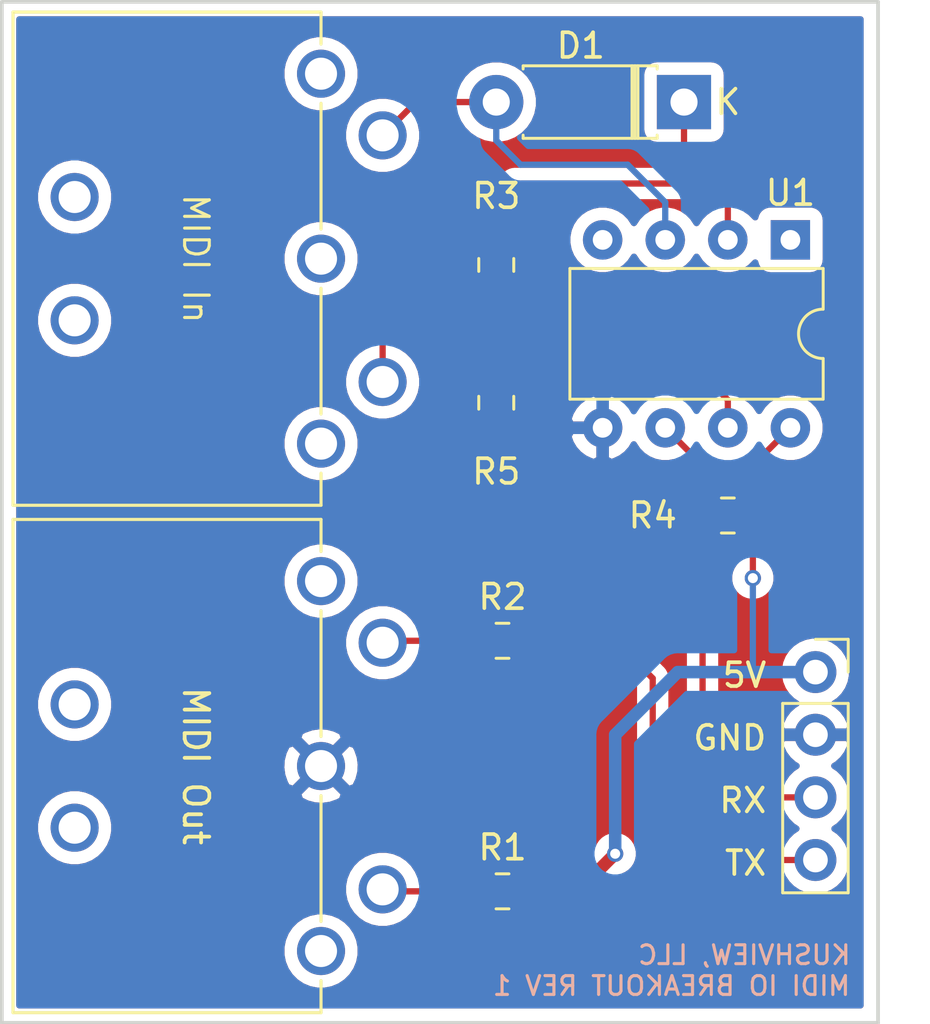
<source format=kicad_pcb>
(kicad_pcb (version 20171130) (host pcbnew "(5.1.5-0-10_14)")

  (general
    (thickness 1.6)
    (drawings 10)
    (tracks 50)
    (zones 0)
    (modules 10)
    (nets 18)
  )

  (page A4)
  (title_block
    (title "MIDI IO Breakout")
    (date 2020-02-04)
    (rev 1)
    (company "Kushview, LLC")
  )

  (layers
    (0 F.Cu signal)
    (31 B.Cu signal)
    (36 B.SilkS user)
    (37 F.SilkS user)
    (38 B.Mask user)
    (39 F.Mask user)
    (40 Dwgs.User user)
    (41 Cmts.User user)
    (42 Eco1.User user)
    (43 Eco2.User user)
    (44 Edge.Cuts user)
    (45 Margin user)
    (46 B.CrtYd user)
    (47 F.CrtYd user)
    (49 F.Fab user)
  )

  (setup
    (last_trace_width 0.254)
    (user_trace_width 0.254)
    (user_trace_width 0.508)
    (user_trace_width 0.762)
    (trace_clearance 0.254)
    (zone_clearance 0.508)
    (zone_45_only no)
    (trace_min 0.254)
    (via_size 0.6604)
    (via_drill 0.4064)
    (via_min_size 0.6604)
    (via_min_drill 0.4064)
    (user_via 0.6604 0.4064)
    (uvia_size 0.6604)
    (uvia_drill 0.4064)
    (uvias_allowed no)
    (uvia_min_size 0.6604)
    (uvia_min_drill 0.4064)
    (edge_width 0.15)
    (segment_width 0.15)
    (pcb_text_width 0.3)
    (pcb_text_size 1.5 1.5)
    (mod_edge_width 0.15)
    (mod_text_size 1 1)
    (mod_text_width 0.15)
    (pad_size 1.7 1.7)
    (pad_drill 1)
    (pad_to_mask_clearance 0.0508)
    (solder_mask_min_width 0.1016)
    (aux_axis_origin 0 0)
    (grid_origin 131.318 120.777)
    (visible_elements FFFFFF7F)
    (pcbplotparams
      (layerselection 0x2d0f0_ffffffff)
      (usegerberextensions false)
      (usegerberattributes false)
      (usegerberadvancedattributes false)
      (creategerberjobfile false)
      (excludeedgelayer true)
      (linewidth 0.100000)
      (plotframeref false)
      (viasonmask false)
      (mode 1)
      (useauxorigin false)
      (hpglpennumber 1)
      (hpglpenspeed 20)
      (hpglpendiameter 15.000000)
      (psnegative false)
      (psa4output false)
      (plotreference true)
      (plotvalue true)
      (plotinvisibletext false)
      (padsonsilk false)
      (subtractmaskfromsilk false)
      (outputformat 1)
      (mirror false)
      (drillshape 0)
      (scaleselection 1)
      (outputdirectory "gerbers/"))
  )

  (net 0 "")
  (net 1 GND)
  (net 2 "Net-(J1-Pad5)")
  (net 3 "Net-(J1-Pad4)")
  (net 4 "Net-(J2-Pad4)")
  (net 5 "Net-(D1-Pad2)")
  (net 6 "Net-(D1-Pad1)")
  (net 7 VCC)
  (net 8 /TX)
  (net 9 /RX)
  (net 10 "Net-(R5-Pad1)")
  (net 11 "Net-(J1-Pad3)")
  (net 12 "Net-(J1-Pad1)")
  (net 13 "Net-(J2-Pad3)")
  (net 14 "Net-(J2-Pad1)")
  (net 15 "Net-(J2-Pad2)")
  (net 16 "Net-(U1-Pad4)")
  (net 17 "Net-(U1-Pad1)")

  (net_class Default "This is the default net class."
    (clearance 0.254)
    (trace_width 0.254)
    (via_dia 0.6604)
    (via_drill 0.4064)
    (uvia_dia 0.6604)
    (uvia_drill 0.4064)
    (diff_pair_width 0.254)
    (diff_pair_gap 0.254)
    (add_net /RX)
    (add_net /TX)
    (add_net GND)
    (add_net "Net-(D1-Pad1)")
    (add_net "Net-(D1-Pad2)")
    (add_net "Net-(J1-Pad1)")
    (add_net "Net-(J1-Pad3)")
    (add_net "Net-(J1-Pad4)")
    (add_net "Net-(J1-Pad5)")
    (add_net "Net-(J2-Pad1)")
    (add_net "Net-(J2-Pad2)")
    (add_net "Net-(J2-Pad3)")
    (add_net "Net-(J2-Pad4)")
    (add_net "Net-(R5-Pad1)")
    (add_net "Net-(U1-Pad1)")
    (add_net "Net-(U1-Pad4)")
    (add_net VCC)
  )

  (module Connector_PinSocket_2.54mm:PinSocket_1x04_P2.54mm_Vertical (layer F.Cu) (tedit 5E5E0735) (tstamp 5E1DFD78)
    (at 164.338 106.553)
    (descr "Through hole straight socket strip, 1x04, 2.54mm pitch, single row (from Kicad 4.0.7), script generated")
    (tags "Through hole socket strip THT 1x04 2.54mm single row")
    (path /5E2382CC)
    (fp_text reference J3 (at 0 -2.77) (layer F.SilkS) hide
      (effects (font (size 1 1) (thickness 0.15)))
    )
    (fp_text value Conn_01x04 (at 0 10.39) (layer F.Fab)
      (effects (font (size 1 1) (thickness 0.15)))
    )
    (fp_text user %R (at 0 3.81 90) (layer F.Fab)
      (effects (font (size 1 1) (thickness 0.15)))
    )
    (fp_line (start -1.8 9.4) (end -1.8 -1.8) (layer F.CrtYd) (width 0.05))
    (fp_line (start 1.75 9.4) (end -1.8 9.4) (layer F.CrtYd) (width 0.05))
    (fp_line (start 1.75 -1.8) (end 1.75 9.4) (layer F.CrtYd) (width 0.05))
    (fp_line (start -1.8 -1.8) (end 1.75 -1.8) (layer F.CrtYd) (width 0.05))
    (fp_line (start 0 -1.33) (end 1.33 -1.33) (layer F.SilkS) (width 0.12))
    (fp_line (start 1.33 -1.33) (end 1.33 0) (layer F.SilkS) (width 0.12))
    (fp_line (start 1.33 1.27) (end 1.33 8.95) (layer F.SilkS) (width 0.12))
    (fp_line (start -1.33 8.95) (end 1.33 8.95) (layer F.SilkS) (width 0.12))
    (fp_line (start -1.33 1.27) (end -1.33 8.95) (layer F.SilkS) (width 0.12))
    (fp_line (start -1.33 1.27) (end 1.33 1.27) (layer F.SilkS) (width 0.12))
    (fp_line (start -1.27 8.89) (end -1.27 -1.27) (layer F.Fab) (width 0.1))
    (fp_line (start 1.27 8.89) (end -1.27 8.89) (layer F.Fab) (width 0.1))
    (fp_line (start 1.27 -0.635) (end 1.27 8.89) (layer F.Fab) (width 0.1))
    (fp_line (start 0.635 -1.27) (end 1.27 -0.635) (layer F.Fab) (width 0.1))
    (fp_line (start -1.27 -1.27) (end 0.635 -1.27) (layer F.Fab) (width 0.1))
    (pad 4 thru_hole oval (at 0 7.62) (size 1.7 1.7) (drill 1) (layers *.Cu *.Mask)
      (net 8 /TX))
    (pad 3 thru_hole oval (at 0 5.08) (size 1.7 1.7) (drill 1) (layers *.Cu *.Mask)
      (net 9 /RX))
    (pad 2 thru_hole oval (at 0 2.54) (size 1.7 1.7) (drill 1) (layers *.Cu *.Mask)
      (net 1 GND))
    (pad 1 thru_hole circle (at 0 0) (size 1.7 1.7) (drill 1) (layers *.Cu *.Mask)
      (net 7 VCC))
    (model ${KISYS3DMOD}/Connector_PinSocket_2.54mm.3dshapes/PinSocket_1x04_P2.54mm_Vertical.wrl
      (at (xyz 0 0 0))
      (scale (xyz 1 1 1))
      (rotate (xyz 0 0 0))
    )
  )

  (module Resistor_SMD:R_0805_2012Metric_Pad1.15x1.40mm_HandSolder (layer F.Cu) (tedit 5B36C52B) (tstamp 5E1DFDBC)
    (at 151.384 95.631 270)
    (descr "Resistor SMD 0805 (2012 Metric), square (rectangular) end terminal, IPC_7351 nominal with elongated pad for handsoldering. (Body size source: https://docs.google.com/spreadsheets/d/1BsfQQcO9C6DZCsRaXUlFlo91Tg2WpOkGARC1WS5S8t0/edit?usp=sharing), generated with kicad-footprint-generator")
    (tags "resistor handsolder")
    (path /5E238E15)
    (attr smd)
    (fp_text reference R5 (at 2.794 0 180) (layer F.SilkS)
      (effects (font (size 1 1) (thickness 0.15)))
    )
    (fp_text value 4.7k (at 0 1.65 90) (layer F.Fab)
      (effects (font (size 1 1) (thickness 0.15)))
    )
    (fp_text user %R (at 0 0 90) (layer F.Fab)
      (effects (font (size 0.5 0.5) (thickness 0.08)))
    )
    (fp_line (start 1.85 0.95) (end -1.85 0.95) (layer F.CrtYd) (width 0.05))
    (fp_line (start 1.85 -0.95) (end 1.85 0.95) (layer F.CrtYd) (width 0.05))
    (fp_line (start -1.85 -0.95) (end 1.85 -0.95) (layer F.CrtYd) (width 0.05))
    (fp_line (start -1.85 0.95) (end -1.85 -0.95) (layer F.CrtYd) (width 0.05))
    (fp_line (start -0.261252 0.71) (end 0.261252 0.71) (layer F.SilkS) (width 0.12))
    (fp_line (start -0.261252 -0.71) (end 0.261252 -0.71) (layer F.SilkS) (width 0.12))
    (fp_line (start 1 0.6) (end -1 0.6) (layer F.Fab) (width 0.1))
    (fp_line (start 1 -0.6) (end 1 0.6) (layer F.Fab) (width 0.1))
    (fp_line (start -1 -0.6) (end 1 -0.6) (layer F.Fab) (width 0.1))
    (fp_line (start -1 0.6) (end -1 -0.6) (layer F.Fab) (width 0.1))
    (pad 2 smd roundrect (at 1.025 0 270) (size 1.15 1.4) (layers F.Cu F.Paste F.Mask) (roundrect_rratio 0.217391)
      (net 1 GND))
    (pad 1 smd roundrect (at -1.025 0 270) (size 1.15 1.4) (layers F.Cu F.Paste F.Mask) (roundrect_rratio 0.217391)
      (net 10 "Net-(R5-Pad1)"))
    (model ${KISYS3DMOD}/Resistor_SMD.3dshapes/R_0805_2012Metric.wrl
      (at (xyz 0 0 0))
      (scale (xyz 1 1 1))
      (rotate (xyz 0 0 0))
    )
  )

  (module Resistor_SMD:R_0805_2012Metric_Pad1.15x1.40mm_HandSolder (layer F.Cu) (tedit 5B36C52B) (tstamp 5E1DFD9A)
    (at 151.384 90.043 270)
    (descr "Resistor SMD 0805 (2012 Metric), square (rectangular) end terminal, IPC_7351 nominal with elongated pad for handsoldering. (Body size source: https://docs.google.com/spreadsheets/d/1BsfQQcO9C6DZCsRaXUlFlo91Tg2WpOkGARC1WS5S8t0/edit?usp=sharing), generated with kicad-footprint-generator")
    (tags "resistor handsolder")
    (path /5E1F680B)
    (attr smd)
    (fp_text reference R3 (at -2.794 0 180) (layer F.SilkS)
      (effects (font (size 1 1) (thickness 0.15)))
    )
    (fp_text value 220 (at 0 1.65 90) (layer F.Fab)
      (effects (font (size 1 1) (thickness 0.15)))
    )
    (fp_text user %R (at 0 -0.0762 90) (layer F.Fab)
      (effects (font (size 0.5 0.5) (thickness 0.08)))
    )
    (fp_line (start 1.85 0.95) (end -1.85 0.95) (layer F.CrtYd) (width 0.05))
    (fp_line (start 1.85 -0.95) (end 1.85 0.95) (layer F.CrtYd) (width 0.05))
    (fp_line (start -1.85 -0.95) (end 1.85 -0.95) (layer F.CrtYd) (width 0.05))
    (fp_line (start -1.85 0.95) (end -1.85 -0.95) (layer F.CrtYd) (width 0.05))
    (fp_line (start -0.261252 0.71) (end 0.261252 0.71) (layer F.SilkS) (width 0.12))
    (fp_line (start -0.261252 -0.71) (end 0.261252 -0.71) (layer F.SilkS) (width 0.12))
    (fp_line (start 1 0.6) (end -1 0.6) (layer F.Fab) (width 0.1))
    (fp_line (start 1 -0.6) (end 1 0.6) (layer F.Fab) (width 0.1))
    (fp_line (start -1 -0.6) (end 1 -0.6) (layer F.Fab) (width 0.1))
    (fp_line (start -1 0.6) (end -1 -0.6) (layer F.Fab) (width 0.1))
    (pad 2 smd roundrect (at 1.025 0 270) (size 1.15 1.4) (layers F.Cu F.Paste F.Mask) (roundrect_rratio 0.217391)
      (net 4 "Net-(J2-Pad4)"))
    (pad 1 smd roundrect (at -1.025 0 270) (size 1.15 1.4) (layers F.Cu F.Paste F.Mask) (roundrect_rratio 0.217391)
      (net 6 "Net-(D1-Pad1)"))
    (model ${KISYS3DMOD}/Resistor_SMD.3dshapes/R_0805_2012Metric.wrl
      (at (xyz 0 0 0))
      (scale (xyz 1 1 1))
      (rotate (xyz 0 0 0))
    )
  )

  (module Resistor_SMD:R_0805_2012Metric_Pad1.15x1.40mm_HandSolder (layer F.Cu) (tedit 5B36C52B) (tstamp 5E1E85C8)
    (at 160.782 100.203 180)
    (descr "Resistor SMD 0805 (2012 Metric), square (rectangular) end terminal, IPC_7351 nominal with elongated pad for handsoldering. (Body size source: https://docs.google.com/spreadsheets/d/1BsfQQcO9C6DZCsRaXUlFlo91Tg2WpOkGARC1WS5S8t0/edit?usp=sharing), generated with kicad-footprint-generator")
    (tags "resistor handsolder")
    (path /5E219FBF)
    (attr smd)
    (fp_text reference R4 (at 3.048 0) (layer F.SilkS)
      (effects (font (size 1 1) (thickness 0.15)))
    )
    (fp_text value 220 (at 0 0) (layer F.Fab)
      (effects (font (size 1 1) (thickness 0.15)))
    )
    (fp_text user %R (at 0 0) (layer F.Fab)
      (effects (font (size 0.5 0.5) (thickness 0.08)))
    )
    (fp_line (start 1.85 0.95) (end -1.85 0.95) (layer F.CrtYd) (width 0.05))
    (fp_line (start 1.85 -0.95) (end 1.85 0.95) (layer F.CrtYd) (width 0.05))
    (fp_line (start -1.85 -0.95) (end 1.85 -0.95) (layer F.CrtYd) (width 0.05))
    (fp_line (start -1.85 0.95) (end -1.85 -0.95) (layer F.CrtYd) (width 0.05))
    (fp_line (start -0.261252 0.71) (end 0.261252 0.71) (layer F.SilkS) (width 0.12))
    (fp_line (start -0.261252 -0.71) (end 0.261252 -0.71) (layer F.SilkS) (width 0.12))
    (fp_line (start 1 0.6) (end -1 0.6) (layer F.Fab) (width 0.1))
    (fp_line (start 1 -0.6) (end 1 0.6) (layer F.Fab) (width 0.1))
    (fp_line (start -1 -0.6) (end 1 -0.6) (layer F.Fab) (width 0.1))
    (fp_line (start -1 0.6) (end -1 -0.6) (layer F.Fab) (width 0.1))
    (pad 2 smd roundrect (at 1.025 0 180) (size 1.15 1.4) (layers F.Cu F.Paste F.Mask) (roundrect_rratio 0.217391)
      (net 9 /RX))
    (pad 1 smd roundrect (at -1.025 0 180) (size 1.15 1.4) (layers F.Cu F.Paste F.Mask) (roundrect_rratio 0.217391)
      (net 7 VCC))
    (model ${KISYS3DMOD}/Resistor_SMD.3dshapes/R_0805_2012Metric.wrl
      (at (xyz 0 0 0))
      (scale (xyz 1 1 1))
      (rotate (xyz 0 0 0))
    )
  )

  (module Resistor_SMD:R_0805_2012Metric_Pad1.15x1.40mm_HandSolder (layer F.Cu) (tedit 5B36C52B) (tstamp 5E1DFDAB)
    (at 151.638 105.283 180)
    (descr "Resistor SMD 0805 (2012 Metric), square (rectangular) end terminal, IPC_7351 nominal with elongated pad for handsoldering. (Body size source: https://docs.google.com/spreadsheets/d/1BsfQQcO9C6DZCsRaXUlFlo91Tg2WpOkGARC1WS5S8t0/edit?usp=sharing), generated with kicad-footprint-generator")
    (tags "resistor handsolder")
    (path /5E1F64F0)
    (attr smd)
    (fp_text reference R2 (at 0 1.778) (layer F.SilkS)
      (effects (font (size 1 1) (thickness 0.15)))
    )
    (fp_text value 220 (at 0 0) (layer F.Fab)
      (effects (font (size 1 1) (thickness 0.15)))
    )
    (fp_text user %R (at 0 0) (layer F.Fab)
      (effects (font (size 0.5 0.5) (thickness 0.08)))
    )
    (fp_line (start 1.85 0.95) (end -1.85 0.95) (layer F.CrtYd) (width 0.05))
    (fp_line (start 1.85 -0.95) (end 1.85 0.95) (layer F.CrtYd) (width 0.05))
    (fp_line (start -1.85 -0.95) (end 1.85 -0.95) (layer F.CrtYd) (width 0.05))
    (fp_line (start -1.85 0.95) (end -1.85 -0.95) (layer F.CrtYd) (width 0.05))
    (fp_line (start -0.261252 0.71) (end 0.261252 0.71) (layer F.SilkS) (width 0.12))
    (fp_line (start -0.261252 -0.71) (end 0.261252 -0.71) (layer F.SilkS) (width 0.12))
    (fp_line (start 1 0.6) (end -1 0.6) (layer F.Fab) (width 0.1))
    (fp_line (start 1 -0.6) (end 1 0.6) (layer F.Fab) (width 0.1))
    (fp_line (start -1 -0.6) (end 1 -0.6) (layer F.Fab) (width 0.1))
    (fp_line (start -1 0.6) (end -1 -0.6) (layer F.Fab) (width 0.1))
    (pad 2 smd roundrect (at 1.025 0 180) (size 1.15 1.4) (layers F.Cu F.Paste F.Mask) (roundrect_rratio 0.217391)
      (net 2 "Net-(J1-Pad5)"))
    (pad 1 smd roundrect (at -1.025 0 180) (size 1.15 1.4) (layers F.Cu F.Paste F.Mask) (roundrect_rratio 0.217391)
      (net 8 /TX))
    (model ${KISYS3DMOD}/Resistor_SMD.3dshapes/R_0805_2012Metric.wrl
      (at (xyz 0 0 0))
      (scale (xyz 1 1 1))
      (rotate (xyz 0 0 0))
    )
  )

  (module Resistor_SMD:R_0805_2012Metric_Pad1.15x1.40mm_HandSolder (layer F.Cu) (tedit 5B36C52B) (tstamp 5E1DFD89)
    (at 151.638 115.443 180)
    (descr "Resistor SMD 0805 (2012 Metric), square (rectangular) end terminal, IPC_7351 nominal with elongated pad for handsoldering. (Body size source: https://docs.google.com/spreadsheets/d/1BsfQQcO9C6DZCsRaXUlFlo91Tg2WpOkGARC1WS5S8t0/edit?usp=sharing), generated with kicad-footprint-generator")
    (tags "resistor handsolder")
    (path /5E1EE0D0)
    (attr smd)
    (fp_text reference R1 (at 0 1.778) (layer F.SilkS)
      (effects (font (size 1 1) (thickness 0.15)))
    )
    (fp_text value 220 (at 0 0) (layer F.Fab)
      (effects (font (size 1 1) (thickness 0.15)))
    )
    (fp_text user %R (at 0 0) (layer F.Fab)
      (effects (font (size 0.5 0.5) (thickness 0.08)))
    )
    (fp_line (start 1.85 0.95) (end -1.85 0.95) (layer F.CrtYd) (width 0.05))
    (fp_line (start 1.85 -0.95) (end 1.85 0.95) (layer F.CrtYd) (width 0.05))
    (fp_line (start -1.85 -0.95) (end 1.85 -0.95) (layer F.CrtYd) (width 0.05))
    (fp_line (start -1.85 0.95) (end -1.85 -0.95) (layer F.CrtYd) (width 0.05))
    (fp_line (start -0.261252 0.71) (end 0.261252 0.71) (layer F.SilkS) (width 0.12))
    (fp_line (start -0.261252 -0.71) (end 0.261252 -0.71) (layer F.SilkS) (width 0.12))
    (fp_line (start 1 0.6) (end -1 0.6) (layer F.Fab) (width 0.1))
    (fp_line (start 1 -0.6) (end 1 0.6) (layer F.Fab) (width 0.1))
    (fp_line (start -1 -0.6) (end 1 -0.6) (layer F.Fab) (width 0.1))
    (fp_line (start -1 0.6) (end -1 -0.6) (layer F.Fab) (width 0.1))
    (pad 2 smd roundrect (at 1.025 0 180) (size 1.15 1.4) (layers F.Cu F.Paste F.Mask) (roundrect_rratio 0.217391)
      (net 3 "Net-(J1-Pad4)"))
    (pad 1 smd roundrect (at -1.025 0 180) (size 1.15 1.4) (layers F.Cu F.Paste F.Mask) (roundrect_rratio 0.217391)
      (net 7 VCC))
    (model ${KISYS3DMOD}/Resistor_SMD.3dshapes/R_0805_2012Metric.wrl
      (at (xyz 0 0 0))
      (scale (xyz 1 1 1))
      (rotate (xyz 0 0 0))
    )
  )

  (module midi_io:CUI_SDS-50J (layer F.Cu) (tedit 5E1FA583) (tstamp 5E1D0666)
    (at 144.272 89.789 270)
    (path /5E1CB8E5)
    (fp_text reference J2 (at -9.144 -1.778 180) (layer F.SilkS) hide
      (effects (font (size 1.0007 1.0007) (thickness 0.1524)))
    )
    (fp_text value "MIDI In" (at 0 5.08 270 unlocked) (layer F.SilkS)
      (effects (font (size 1.00146 1.00146) (thickness 0.127)))
    )
    (fp_line (start 10 0) (end -10 0) (layer Eco2.User) (width 0.127))
    (fp_line (start 10 12.5) (end 10 0) (layer Eco2.User) (width 0.127))
    (fp_line (start -10 12.5) (end 10 12.5) (layer Eco2.User) (width 0.127))
    (fp_line (start -10 0) (end -10 12.5) (layer Eco2.User) (width 0.127))
    (fp_line (start 10 0) (end 8.7 0) (layer F.SilkS) (width 0.127))
    (fp_line (start 1.2 0) (end 6.3 0) (layer F.SilkS) (width 0.127))
    (fp_line (start -6.3 0) (end -1.2 0) (layer F.SilkS) (width 0.127))
    (fp_line (start -10 0) (end -8.7 0) (layer F.SilkS) (width 0.127))
    (fp_line (start 10.25 12.75) (end -10.25 12.75) (layer Eco1.User) (width 0.05))
    (fp_line (start 10.25 -3.75) (end 10.25 12.75) (layer Eco1.User) (width 0.05))
    (fp_line (start -10.25 -3.75) (end 10.25 -3.75) (layer Eco1.User) (width 0.05))
    (fp_line (start -10.25 12.75) (end -10.25 -3.75) (layer Eco1.User) (width 0.05))
    (fp_line (start 10 12.5) (end 10 0) (layer F.SilkS) (width 0.127))
    (fp_line (start -10 12.5) (end 10 12.5) (layer F.SilkS) (width 0.127))
    (fp_line (start -10 0) (end -10 12.5) (layer F.SilkS) (width 0.127))
    (pad S2 thru_hole circle (at 2.5 10 270) (size 1.95 1.95) (drill 1.3) (layers *.Cu *.Mask))
    (pad S1 thru_hole circle (at -2.5 10 270) (size 1.95 1.95) (drill 1.3) (layers *.Cu *.Mask))
    (pad 3 thru_hole circle (at -7.5 0 270) (size 1.95 1.95) (drill 1.3) (layers *.Cu *.Mask)
      (net 13 "Net-(J2-Pad3)"))
    (pad 5 thru_hole circle (at -5 -2.5 270) (size 1.95 1.95) (drill 1.3) (layers *.Cu *.Mask)
      (net 5 "Net-(D1-Pad2)"))
    (pad 1 thru_hole circle (at 7.5 0 270) (size 1.95 1.95) (drill 1.3) (layers *.Cu *.Mask)
      (net 14 "Net-(J2-Pad1)"))
    (pad 4 thru_hole circle (at 5 -2.5 270) (size 1.95 1.95) (drill 1.3) (layers *.Cu *.Mask)
      (net 4 "Net-(J2-Pad4)"))
    (pad 2 thru_hole circle (at 0 0 270) (size 1.95 1.95) (drill 1.3) (layers *.Cu *.Mask)
      (net 15 "Net-(J2-Pad2)"))
    (model ${KIPRJMOD}/midi_io.3dshapes/CUI_DEVICES_SDS-50J.step
      (offset (xyz 0 -12.75 0))
      (scale (xyz 1 1 1))
      (rotate (xyz -90 0 0))
    )
  )

  (module midi_io:CUI_SDS-50J (layer F.Cu) (tedit 5E1FA56D) (tstamp 5E200B5F)
    (at 144.272 110.363 270)
    (path /5E1C9F3F)
    (fp_text reference J1 (at -9.398 -1.524 180) (layer F.SilkS) hide
      (effects (font (size 1.0007 1.0007) (thickness 0.1524)))
    )
    (fp_text value "MIDI Out" (at 0 5.08 270 unlocked) (layer F.SilkS)
      (effects (font (size 1.00146 1.00146) (thickness 0.1524)))
    )
    (fp_line (start 10 0) (end -10 0) (layer Eco2.User) (width 0.127))
    (fp_line (start 10 12.5) (end 10 0) (layer Eco2.User) (width 0.127))
    (fp_line (start -10 12.5) (end 10 12.5) (layer Eco2.User) (width 0.127))
    (fp_line (start -10 0) (end -10 12.5) (layer Eco2.User) (width 0.127))
    (fp_line (start 10 0) (end 8.7 0) (layer F.SilkS) (width 0.127))
    (fp_line (start 1.2 0) (end 6.3 0) (layer F.SilkS) (width 0.127))
    (fp_line (start -6.3 0) (end -1.2 0) (layer F.SilkS) (width 0.127))
    (fp_line (start -10 0) (end -8.7 0) (layer F.SilkS) (width 0.127))
    (fp_line (start 10.25 12.75) (end -10.25 12.75) (layer Eco1.User) (width 0.05))
    (fp_line (start 10.25 -3.75) (end 10.25 12.75) (layer Eco1.User) (width 0.05))
    (fp_line (start -10.25 -3.75) (end 10.25 -3.75) (layer Eco1.User) (width 0.05))
    (fp_line (start -10.25 12.75) (end -10.25 -3.75) (layer Eco1.User) (width 0.05))
    (fp_line (start 10 12.5) (end 10 0) (layer F.SilkS) (width 0.127))
    (fp_line (start -10 12.5) (end 10 12.5) (layer F.SilkS) (width 0.127))
    (fp_line (start -10 0) (end -10 12.5) (layer F.SilkS) (width 0.127))
    (pad S2 thru_hole circle (at 2.5 10 270) (size 1.95 1.95) (drill 1.3) (layers *.Cu *.Mask))
    (pad S1 thru_hole circle (at -2.5 10 270) (size 1.95 1.95) (drill 1.3) (layers *.Cu *.Mask))
    (pad 3 thru_hole circle (at -7.5 0 270) (size 1.95 1.95) (drill 1.3) (layers *.Cu *.Mask)
      (net 11 "Net-(J1-Pad3)"))
    (pad 5 thru_hole circle (at -5 -2.5 270) (size 1.95 1.95) (drill 1.3) (layers *.Cu *.Mask)
      (net 2 "Net-(J1-Pad5)"))
    (pad 1 thru_hole circle (at 7.5 0 270) (size 1.95 1.95) (drill 1.3) (layers *.Cu *.Mask)
      (net 12 "Net-(J1-Pad1)"))
    (pad 4 thru_hole circle (at 5 -2.5 270) (size 1.95 1.95) (drill 1.3) (layers *.Cu *.Mask)
      (net 3 "Net-(J1-Pad4)"))
    (pad 2 thru_hole circle (at 0 0 270) (size 1.95 1.95) (drill 1.3) (layers *.Cu *.Mask)
      (net 1 GND))
    (model ${KIPRJMOD}/midi_io.3dshapes/CUI_DEVICES_SDS-50J.step
      (offset (xyz 0 -12.75 0))
      (scale (xyz 1 1 1))
      (rotate (xyz -90 0 0))
    )
  )

  (module Diode_THT:D_DO-41_SOD81_P7.62mm_Horizontal (layer F.Cu) (tedit 5AE50CD5) (tstamp 5E1E8A30)
    (at 159.004 83.439 180)
    (descr "Diode, DO-41_SOD81 series, Axial, Horizontal, pin pitch=7.62mm, , length*diameter=5.2*2.7mm^2, , http://www.diodes.com/_files/packages/DO-41%20(Plastic).pdf")
    (tags "Diode DO-41_SOD81 series Axial Horizontal pin pitch 7.62mm  length 5.2mm diameter 2.7mm")
    (path /5E269A0F)
    (fp_text reference D1 (at 4.191 2.286) (layer F.SilkS)
      (effects (font (size 1 1) (thickness 0.15)))
    )
    (fp_text value 1N4001-G (at 3.81 2.47) (layer F.Fab)
      (effects (font (size 1 1) (thickness 0.15)))
    )
    (fp_text user K (at -1.778 0) (layer F.SilkS)
      (effects (font (size 1 1) (thickness 0.15)))
    )
    (fp_text user K (at -1.778 0) (layer F.Fab)
      (effects (font (size 1 1) (thickness 0.15)))
    )
    (fp_text user %R (at 4.2 0.127) (layer F.Fab)
      (effects (font (size 1 1) (thickness 0.15)))
    )
    (fp_line (start 8.97 -1.6) (end -1.35 -1.6) (layer F.CrtYd) (width 0.05))
    (fp_line (start 8.97 1.6) (end 8.97 -1.6) (layer F.CrtYd) (width 0.05))
    (fp_line (start -1.35 1.6) (end 8.97 1.6) (layer F.CrtYd) (width 0.05))
    (fp_line (start -1.35 -1.6) (end -1.35 1.6) (layer F.CrtYd) (width 0.05))
    (fp_line (start 1.87 -1.47) (end 1.87 1.47) (layer F.SilkS) (width 0.12))
    (fp_line (start 2.11 -1.47) (end 2.11 1.47) (layer F.SilkS) (width 0.12))
    (fp_line (start 1.99 -1.47) (end 1.99 1.47) (layer F.SilkS) (width 0.12))
    (fp_line (start 6.53 1.47) (end 6.53 1.34) (layer F.SilkS) (width 0.12))
    (fp_line (start 1.09 1.47) (end 6.53 1.47) (layer F.SilkS) (width 0.12))
    (fp_line (start 1.09 1.34) (end 1.09 1.47) (layer F.SilkS) (width 0.12))
    (fp_line (start 6.53 -1.47) (end 6.53 -1.34) (layer F.SilkS) (width 0.12))
    (fp_line (start 1.09 -1.47) (end 6.53 -1.47) (layer F.SilkS) (width 0.12))
    (fp_line (start 1.09 -1.34) (end 1.09 -1.47) (layer F.SilkS) (width 0.12))
    (fp_line (start 1.89 -1.35) (end 1.89 1.35) (layer F.Fab) (width 0.1))
    (fp_line (start 2.09 -1.35) (end 2.09 1.35) (layer F.Fab) (width 0.1))
    (fp_line (start 1.99 -1.35) (end 1.99 1.35) (layer F.Fab) (width 0.1))
    (fp_line (start 7.62 0) (end 6.41 0) (layer F.Fab) (width 0.1))
    (fp_line (start 0 0) (end 1.21 0) (layer F.Fab) (width 0.1))
    (fp_line (start 6.41 -1.35) (end 1.21 -1.35) (layer F.Fab) (width 0.1))
    (fp_line (start 6.41 1.35) (end 6.41 -1.35) (layer F.Fab) (width 0.1))
    (fp_line (start 1.21 1.35) (end 6.41 1.35) (layer F.Fab) (width 0.1))
    (fp_line (start 1.21 -1.35) (end 1.21 1.35) (layer F.Fab) (width 0.1))
    (pad 2 thru_hole oval (at 7.62 0 180) (size 2.2 2.2) (drill 1.1) (layers *.Cu *.Mask)
      (net 5 "Net-(D1-Pad2)"))
    (pad 1 thru_hole rect (at 0 0 180) (size 2.2 2.2) (drill 1.1) (layers *.Cu *.Mask)
      (net 6 "Net-(D1-Pad1)"))
    (model ${KISYS3DMOD}/Diode_THT.3dshapes/D_DO-41_SOD81_P7.62mm_Horizontal.wrl
      (at (xyz 0 0 0))
      (scale (xyz 1 1 1))
      (rotate (xyz 0 0 0))
    )
  )

  (module Package_DIP:DIP-8_W7.62mm (layer F.Cu) (tedit 5A02E8C5) (tstamp 5E1DF731)
    (at 163.322 89.027 270)
    (descr "8-lead though-hole mounted DIP package, row spacing 7.62 mm (300 mils)")
    (tags "THT DIP DIL PDIP 2.54mm 7.62mm 300mil")
    (path /5E1D2B56)
    (fp_text reference U1 (at -1.905 0 180) (layer F.SilkS)
      (effects (font (size 1 1) (thickness 0.15)))
    )
    (fp_text value 6N138 (at 3.81 9.95 90) (layer F.Fab)
      (effects (font (size 1 1) (thickness 0.15)))
    )
    (fp_text user %R (at 3.81 3.81 90) (layer F.Fab)
      (effects (font (size 1 1) (thickness 0.15)))
    )
    (fp_line (start 8.7 -1.55) (end -1.1 -1.55) (layer F.CrtYd) (width 0.05))
    (fp_line (start 8.7 9.15) (end 8.7 -1.55) (layer F.CrtYd) (width 0.05))
    (fp_line (start -1.1 9.15) (end 8.7 9.15) (layer F.CrtYd) (width 0.05))
    (fp_line (start -1.1 -1.55) (end -1.1 9.15) (layer F.CrtYd) (width 0.05))
    (fp_line (start 6.46 -1.33) (end 4.81 -1.33) (layer F.SilkS) (width 0.12))
    (fp_line (start 6.46 8.95) (end 6.46 -1.33) (layer F.SilkS) (width 0.12))
    (fp_line (start 1.16 8.95) (end 6.46 8.95) (layer F.SilkS) (width 0.12))
    (fp_line (start 1.16 -1.33) (end 1.16 8.95) (layer F.SilkS) (width 0.12))
    (fp_line (start 2.81 -1.33) (end 1.16 -1.33) (layer F.SilkS) (width 0.12))
    (fp_line (start 0.635 -0.27) (end 1.635 -1.27) (layer F.Fab) (width 0.1))
    (fp_line (start 0.635 8.89) (end 0.635 -0.27) (layer F.Fab) (width 0.1))
    (fp_line (start 6.985 8.89) (end 0.635 8.89) (layer F.Fab) (width 0.1))
    (fp_line (start 6.985 -1.27) (end 6.985 8.89) (layer F.Fab) (width 0.1))
    (fp_line (start 1.635 -1.27) (end 6.985 -1.27) (layer F.Fab) (width 0.1))
    (fp_arc (start 3.81 -1.33) (end 2.81 -1.33) (angle -180) (layer F.SilkS) (width 0.12))
    (pad 8 thru_hole oval (at 7.62 0 270) (size 1.6 1.6) (drill 0.8) (layers *.Cu *.Mask)
      (net 7 VCC))
    (pad 4 thru_hole oval (at 0 7.62 270) (size 1.6 1.6) (drill 0.8) (layers *.Cu *.Mask)
      (net 16 "Net-(U1-Pad4)"))
    (pad 7 thru_hole oval (at 7.62 2.54 270) (size 1.6 1.6) (drill 0.8) (layers *.Cu *.Mask)
      (net 10 "Net-(R5-Pad1)"))
    (pad 3 thru_hole oval (at 0 5.08 270) (size 1.6 1.6) (drill 0.8) (layers *.Cu *.Mask)
      (net 5 "Net-(D1-Pad2)"))
    (pad 6 thru_hole oval (at 7.62 5.08 270) (size 1.6 1.6) (drill 0.8) (layers *.Cu *.Mask)
      (net 9 /RX))
    (pad 2 thru_hole oval (at 0 2.54 270) (size 1.6 1.6) (drill 0.8) (layers *.Cu *.Mask)
      (net 6 "Net-(D1-Pad1)"))
    (pad 5 thru_hole oval (at 7.62 7.62 270) (size 1.6 1.6) (drill 0.8) (layers *.Cu *.Mask)
      (net 1 GND))
    (pad 1 thru_hole rect (at 0 0 270) (size 1.6 1.6) (drill 0.8) (layers *.Cu *.Mask)
      (net 17 "Net-(U1-Pad1)"))
    (model ${KISYS3DMOD}/Package_DIP.3dshapes/DIP-8_W7.62mm.wrl
      (at (xyz 0 0 0))
      (scale (xyz 1 1 1))
      (rotate (xyz 0 0 0))
    )
  )

  (gr_text "KUSHVIEW, LLC" (at 157.068 118.027) (layer B.SilkS) (tstamp 5E3C1E97)
    (effects (font (size 0.762 0.762) (thickness 0.127)) (justify right mirror))
  )
  (gr_text TX (at 162.433 114.3) (layer F.SilkS) (tstamp 5E1F3172)
    (effects (font (size 0.9652 0.9652) (thickness 0.1524)) (justify right))
  )
  (gr_text RX (at 162.433 111.76) (layer F.SilkS) (tstamp 5E1F3172)
    (effects (font (size 0.9652 0.9652) (thickness 0.1524)) (justify right))
  )
  (gr_text GND (at 162.433 109.22) (layer F.SilkS) (tstamp 5E1F3090)
    (effects (font (size 0.9652 0.9652) (thickness 0.1524)) (justify right))
  )
  (gr_text "5V\n" (at 162.433 106.68) (layer F.SilkS)
    (effects (font (size 0.9652 0.9652) (thickness 0.1524)) (justify right))
  )
  (gr_text "MIDI IO BREAKOUT REV 1" (at 165.818 119.277) (layer B.SilkS)
    (effects (font (size 0.762 0.762) (thickness 0.127)) (justify left mirror))
  )
  (gr_line (start 166.878 120.777) (end 166.878 79.375) (angle 90) (layer Edge.Cuts) (width 0.15))
  (gr_line (start 131.318 120.777) (end 166.878 120.777) (angle 90) (layer Edge.Cuts) (width 0.15))
  (gr_line (start 131.318 79.375) (end 131.318 120.777) (angle 90) (layer Edge.Cuts) (width 0.15))
  (gr_line (start 166.878 79.375) (end 131.318 79.375) (angle 90) (layer Edge.Cuts) (width 0.15))

  (segment (start 146.852 105.283) (end 146.772 105.363) (width 0.254) (layer F.Cu) (net 2))
  (segment (start 150.613 105.283) (end 146.852 105.283) (width 0.254) (layer F.Cu) (net 2))
  (segment (start 146.852 115.443) (end 146.772 115.363) (width 0.254) (layer F.Cu) (net 3))
  (segment (start 150.613 115.443) (end 146.852 115.443) (width 0.254) (layer F.Cu) (net 3))
  (segment (start 146.772 94.789) (end 146.772 92.369) (width 0.254) (layer F.Cu) (net 4))
  (segment (start 148.073 91.068) (end 151.384 91.068) (width 0.254) (layer F.Cu) (net 4))
  (segment (start 146.772 92.369) (end 148.073 91.068) (width 0.254) (layer F.Cu) (net 4))
  (segment (start 152.368366 85.979) (end 156.718 85.979) (width 0.254) (layer B.Cu) (net 5))
  (segment (start 158.242 87.503) (end 158.242 89.027) (width 0.254) (layer B.Cu) (net 5))
  (segment (start 156.718 85.979) (end 158.242 87.503) (width 0.254) (layer B.Cu) (net 5))
  (segment (start 151.384 83.439) (end 151.384 84.994634) (width 0.254) (layer B.Cu) (net 5))
  (segment (start 151.384 84.994634) (end 152.368366 85.979) (width 0.254) (layer B.Cu) (net 5))
  (segment (start 148.122 83.439) (end 151.384 83.439) (width 0.254) (layer F.Cu) (net 5))
  (segment (start 146.772 84.789) (end 148.122 83.439) (width 0.254) (layer F.Cu) (net 5))
  (segment (start 159.004 83.439) (end 159.004 86.741) (width 0.254) (layer F.Cu) (net 6))
  (segment (start 160.782 87.503) (end 160.782 89.027) (width 0.254) (layer F.Cu) (net 6))
  (segment (start 159.004 86.741) (end 160.02 86.741) (width 0.254) (layer F.Cu) (net 6))
  (segment (start 160.02 86.741) (end 160.782 87.503) (width 0.254) (layer F.Cu) (net 6))
  (segment (start 152.146 86.741) (end 151.384 87.503) (width 0.254) (layer F.Cu) (net 6))
  (segment (start 151.384 87.503) (end 151.384 89.018) (width 0.254) (layer F.Cu) (net 6))
  (segment (start 159.004 86.741) (end 152.146 86.741) (width 0.254) (layer F.Cu) (net 6))
  (segment (start 164.338 106.553) (end 161.798 106.553) (width 0.508) (layer B.Cu) (net 7))
  (segment (start 161.798 106.553) (end 161.797994 106.552994) (width 0.254) (layer B.Cu) (net 7))
  (segment (start 161.807 98.162) (end 163.322 96.647) (width 0.254) (layer F.Cu) (net 7))
  (segment (start 161.807 100.203) (end 161.807 98.162) (width 0.254) (layer F.Cu) (net 7))
  (via (at 161.798 102.743) (size 0.6604) (drill 0.4064) (layers F.Cu B.Cu) (net 7))
  (segment (start 161.798 106.553) (end 161.798 102.743) (width 0.254) (layer B.Cu) (net 7))
  (segment (start 161.798 100.212) (end 161.807 100.203) (width 0.254) (layer F.Cu) (net 7))
  (segment (start 161.798 102.743) (end 161.798 100.212) (width 0.254) (layer F.Cu) (net 7))
  (segment (start 156.21 113.919) (end 156.21 113.919) (width 0.508) (layer F.Cu) (net 7))
  (segment (start 156.21 109.093) (end 156.21 113.919) (width 0.508) (layer B.Cu) (net 7) (tstamp 5E3A6EA8))
  (via (at 156.21 113.919) (size 0.6604) (drill 0.4064) (layers F.Cu B.Cu) (net 7))
  (segment (start 161.798 106.553) (end 158.75 106.553) (width 0.508) (layer B.Cu) (net 7))
  (segment (start 158.75 106.553) (end 156.21 109.093) (width 0.508) (layer B.Cu) (net 7))
  (segment (start 154.686 115.443) (end 152.663 115.443) (width 0.508) (layer F.Cu) (net 7))
  (segment (start 156.21 113.919) (end 154.686 115.443) (width 0.508) (layer F.Cu) (net 7) (tstamp 5E3A7041))
  (segment (start 160.02 114.173) (end 164.338 114.173) (width 0.254) (layer F.Cu) (net 8))
  (segment (start 157.734 111.887) (end 160.02 114.173) (width 0.254) (layer F.Cu) (net 8))
  (segment (start 157.734 106.807) (end 157.734 111.887) (width 0.254) (layer F.Cu) (net 8))
  (segment (start 156.21 105.283) (end 157.734 106.807) (width 0.254) (layer F.Cu) (net 8))
  (segment (start 152.663 105.283) (end 156.21 105.283) (width 0.254) (layer F.Cu) (net 8))
  (segment (start 159.757 98.162) (end 158.242 96.647) (width 0.254) (layer F.Cu) (net 9))
  (segment (start 159.757 100.203) (end 159.757 98.162) (width 0.254) (layer F.Cu) (net 9))
  (segment (start 158.242 96.647) (end 158.233 96.656) (width 0.254) (layer F.Cu) (net 9))
  (segment (start 159.757 110.354) (end 159.757 100.203) (width 0.254) (layer F.Cu) (net 9))
  (segment (start 161.036 111.633) (end 159.757 110.354) (width 0.254) (layer F.Cu) (net 9))
  (segment (start 164.338 111.633) (end 161.036 111.633) (width 0.254) (layer F.Cu) (net 9))
  (segment (start 159.87237 94.606) (end 151.384 94.606) (width 0.254) (layer F.Cu) (net 10))
  (segment (start 160.782 95.51563) (end 159.87237 94.606) (width 0.254) (layer F.Cu) (net 10))
  (segment (start 160.782 96.647) (end 160.782 95.51563) (width 0.254) (layer F.Cu) (net 10))

  (zone (net 1) (net_name GND) (layer F.Cu) (tstamp 5E5DFDDC) (hatch edge 0.508)
    (connect_pads (clearance 0.508))
    (min_thickness 0.254)
    (fill yes (arc_segments 32) (thermal_gap 0.508) (thermal_bridge_width 0.508))
    (polygon
      (pts
        (xy 166.878 120.777) (xy 131.318 120.777) (xy 131.318 79.375) (xy 166.878 79.375)
      )
    )
    (filled_polygon
      (pts
        (xy 166.168 120.067) (xy 132.028 120.067) (xy 132.028 117.704429) (xy 142.662 117.704429) (xy 142.662 118.021571)
        (xy 142.723871 118.33262) (xy 142.845237 118.625621) (xy 143.021431 118.889315) (xy 143.245685 119.113569) (xy 143.509379 119.289763)
        (xy 143.80238 119.411129) (xy 144.113429 119.473) (xy 144.430571 119.473) (xy 144.74162 119.411129) (xy 145.034621 119.289763)
        (xy 145.298315 119.113569) (xy 145.522569 118.889315) (xy 145.698763 118.625621) (xy 145.820129 118.33262) (xy 145.882 118.021571)
        (xy 145.882 117.704429) (xy 145.820129 117.39338) (xy 145.698763 117.100379) (xy 145.522569 116.836685) (xy 145.298315 116.612431)
        (xy 145.034621 116.436237) (xy 144.74162 116.314871) (xy 144.430571 116.253) (xy 144.113429 116.253) (xy 143.80238 116.314871)
        (xy 143.509379 116.436237) (xy 143.245685 116.612431) (xy 143.021431 116.836685) (xy 142.845237 117.100379) (xy 142.723871 117.39338)
        (xy 142.662 117.704429) (xy 132.028 117.704429) (xy 132.028 115.204429) (xy 145.162 115.204429) (xy 145.162 115.521571)
        (xy 145.223871 115.83262) (xy 145.345237 116.125621) (xy 145.521431 116.389315) (xy 145.745685 116.613569) (xy 146.009379 116.789763)
        (xy 146.30238 116.911129) (xy 146.613429 116.973) (xy 146.930571 116.973) (xy 147.24162 116.911129) (xy 147.534621 116.789763)
        (xy 147.798315 116.613569) (xy 148.022569 116.389315) (xy 148.145724 116.205) (xy 149.45908 116.205) (xy 149.467528 116.232851)
        (xy 149.549595 116.386387) (xy 149.660038 116.520962) (xy 149.794613 116.631405) (xy 149.948149 116.713472) (xy 150.114745 116.764008)
        (xy 150.287999 116.781072) (xy 150.938001 116.781072) (xy 151.111255 116.764008) (xy 151.277851 116.713472) (xy 151.431387 116.631405)
        (xy 151.565962 116.520962) (xy 151.638 116.433184) (xy 151.710038 116.520962) (xy 151.844613 116.631405) (xy 151.998149 116.713472)
        (xy 152.164745 116.764008) (xy 152.337999 116.781072) (xy 152.988001 116.781072) (xy 153.161255 116.764008) (xy 153.327851 116.713472)
        (xy 153.481387 116.631405) (xy 153.615962 116.520962) (xy 153.726405 116.386387) (xy 153.755476 116.332) (xy 154.64234 116.332)
        (xy 154.686 116.3363) (xy 154.72966 116.332) (xy 154.729667 116.332) (xy 154.860274 116.319136) (xy 155.027851 116.268303)
        (xy 155.182291 116.185753) (xy 155.317659 116.074659) (xy 155.345499 116.040736) (xy 156.572779 114.813457) (xy 156.667194 114.774349)
        (xy 156.825279 114.66872) (xy 156.95972 114.534279) (xy 157.065349 114.376194) (xy 157.138108 114.200538) (xy 157.1752 114.014064)
        (xy 157.1752 113.823936) (xy 157.138108 113.637462) (xy 157.065349 113.461806) (xy 156.95972 113.303721) (xy 156.825279 113.16928)
        (xy 156.667194 113.063651) (xy 156.491538 112.990892) (xy 156.305064 112.9538) (xy 156.114936 112.9538) (xy 155.928462 112.990892)
        (xy 155.752806 113.063651) (xy 155.594721 113.16928) (xy 155.46028 113.303721) (xy 155.354651 113.461806) (xy 155.315543 113.556221)
        (xy 154.317765 114.554) (xy 153.755476 114.554) (xy 153.726405 114.499613) (xy 153.615962 114.365038) (xy 153.481387 114.254595)
        (xy 153.327851 114.172528) (xy 153.161255 114.121992) (xy 152.988001 114.104928) (xy 152.337999 114.104928) (xy 152.164745 114.121992)
        (xy 151.998149 114.172528) (xy 151.844613 114.254595) (xy 151.710038 114.365038) (xy 151.638 114.452816) (xy 151.565962 114.365038)
        (xy 151.431387 114.254595) (xy 151.277851 114.172528) (xy 151.111255 114.121992) (xy 150.938001 114.104928) (xy 150.287999 114.104928)
        (xy 150.114745 114.121992) (xy 149.948149 114.172528) (xy 149.794613 114.254595) (xy 149.660038 114.365038) (xy 149.549595 114.499613)
        (xy 149.467528 114.653149) (xy 149.45908 114.681) (xy 148.232158 114.681) (xy 148.198763 114.600379) (xy 148.022569 114.336685)
        (xy 147.798315 114.112431) (xy 147.534621 113.936237) (xy 147.24162 113.814871) (xy 146.930571 113.753) (xy 146.613429 113.753)
        (xy 146.30238 113.814871) (xy 146.009379 113.936237) (xy 145.745685 114.112431) (xy 145.521431 114.336685) (xy 145.345237 114.600379)
        (xy 145.223871 114.89338) (xy 145.162 115.204429) (xy 132.028 115.204429) (xy 132.028 112.704429) (xy 132.662 112.704429)
        (xy 132.662 113.021571) (xy 132.723871 113.33262) (xy 132.845237 113.625621) (xy 133.021431 113.889315) (xy 133.245685 114.113569)
        (xy 133.509379 114.289763) (xy 133.80238 114.411129) (xy 134.113429 114.473) (xy 134.430571 114.473) (xy 134.74162 114.411129)
        (xy 135.034621 114.289763) (xy 135.298315 114.113569) (xy 135.522569 113.889315) (xy 135.698763 113.625621) (xy 135.820129 113.33262)
        (xy 135.882 113.021571) (xy 135.882 112.704429) (xy 135.820129 112.39338) (xy 135.698763 112.100379) (xy 135.522569 111.836685)
        (xy 135.298315 111.612431) (xy 135.100992 111.480584) (xy 143.334021 111.480584) (xy 143.426766 111.742429) (xy 143.71212 111.88082)
        (xy 144.01899 111.960883) (xy 144.335584 111.97954) (xy 144.649733 111.936074) (xy 144.949367 111.832156) (xy 145.117234 111.742429)
        (xy 145.209979 111.480584) (xy 144.272 110.542605) (xy 143.334021 111.480584) (xy 135.100992 111.480584) (xy 135.034621 111.436237)
        (xy 134.74162 111.314871) (xy 134.430571 111.253) (xy 134.113429 111.253) (xy 133.80238 111.314871) (xy 133.509379 111.436237)
        (xy 133.245685 111.612431) (xy 133.021431 111.836685) (xy 132.845237 112.100379) (xy 132.723871 112.39338) (xy 132.662 112.704429)
        (xy 132.028 112.704429) (xy 132.028 110.426584) (xy 142.65546 110.426584) (xy 142.698926 110.740733) (xy 142.802844 111.040367)
        (xy 142.892571 111.208234) (xy 143.154416 111.300979) (xy 144.092395 110.363) (xy 144.451605 110.363) (xy 145.389584 111.300979)
        (xy 145.651429 111.208234) (xy 145.78982 110.92288) (xy 145.869883 110.61601) (xy 145.88854 110.299416) (xy 145.845074 109.985267)
        (xy 145.741156 109.685633) (xy 145.651429 109.517766) (xy 145.389584 109.425021) (xy 144.451605 110.363) (xy 144.092395 110.363)
        (xy 143.154416 109.425021) (xy 142.892571 109.517766) (xy 142.75418 109.80312) (xy 142.674117 110.10999) (xy 142.65546 110.426584)
        (xy 132.028 110.426584) (xy 132.028 107.704429) (xy 132.662 107.704429) (xy 132.662 108.021571) (xy 132.723871 108.33262)
        (xy 132.845237 108.625621) (xy 133.021431 108.889315) (xy 133.245685 109.113569) (xy 133.509379 109.289763) (xy 133.80238 109.411129)
        (xy 134.113429 109.473) (xy 134.430571 109.473) (xy 134.74162 109.411129) (xy 135.034621 109.289763) (xy 135.100991 109.245416)
        (xy 143.334021 109.245416) (xy 144.272 110.183395) (xy 145.209979 109.245416) (xy 145.117234 108.983571) (xy 144.83188 108.84518)
        (xy 144.52501 108.765117) (xy 144.208416 108.74646) (xy 143.894267 108.789926) (xy 143.594633 108.893844) (xy 143.426766 108.983571)
        (xy 143.334021 109.245416) (xy 135.100991 109.245416) (xy 135.298315 109.113569) (xy 135.522569 108.889315) (xy 135.698763 108.625621)
        (xy 135.820129 108.33262) (xy 135.882 108.021571) (xy 135.882 107.704429) (xy 135.820129 107.39338) (xy 135.698763 107.100379)
        (xy 135.522569 106.836685) (xy 135.298315 106.612431) (xy 135.034621 106.436237) (xy 134.74162 106.314871) (xy 134.430571 106.253)
        (xy 134.113429 106.253) (xy 133.80238 106.314871) (xy 133.509379 106.436237) (xy 133.245685 106.612431) (xy 133.021431 106.836685)
        (xy 132.845237 107.100379) (xy 132.723871 107.39338) (xy 132.662 107.704429) (xy 132.028 107.704429) (xy 132.028 105.204429)
        (xy 145.162 105.204429) (xy 145.162 105.521571) (xy 145.223871 105.83262) (xy 145.345237 106.125621) (xy 145.521431 106.389315)
        (xy 145.745685 106.613569) (xy 146.009379 106.789763) (xy 146.30238 106.911129) (xy 146.613429 106.973) (xy 146.930571 106.973)
        (xy 147.24162 106.911129) (xy 147.534621 106.789763) (xy 147.798315 106.613569) (xy 148.022569 106.389315) (xy 148.198763 106.125621)
        (xy 148.232158 106.045) (xy 149.45908 106.045) (xy 149.467528 106.072851) (xy 149.549595 106.226387) (xy 149.660038 106.360962)
        (xy 149.794613 106.471405) (xy 149.948149 106.553472) (xy 150.114745 106.604008) (xy 150.287999 106.621072) (xy 150.938001 106.621072)
        (xy 151.111255 106.604008) (xy 151.277851 106.553472) (xy 151.431387 106.471405) (xy 151.565962 106.360962) (xy 151.638 106.273184)
        (xy 151.710038 106.360962) (xy 151.844613 106.471405) (xy 151.998149 106.553472) (xy 152.164745 106.604008) (xy 152.337999 106.621072)
        (xy 152.988001 106.621072) (xy 153.161255 106.604008) (xy 153.327851 106.553472) (xy 153.481387 106.471405) (xy 153.615962 106.360962)
        (xy 153.726405 106.226387) (xy 153.808472 106.072851) (xy 153.81692 106.045) (xy 155.89437 106.045) (xy 156.972 107.122631)
        (xy 156.972001 111.849567) (xy 156.968314 111.887) (xy 156.983027 112.036378) (xy 157.026599 112.180015) (xy 157.097355 112.312392)
        (xy 157.163821 112.39338) (xy 157.192579 112.428422) (xy 157.221649 112.452279) (xy 159.454721 114.685352) (xy 159.478578 114.714422)
        (xy 159.594608 114.809645) (xy 159.726985 114.880402) (xy 159.870622 114.923974) (xy 159.982574 114.935) (xy 159.982576 114.935)
        (xy 160.019999 114.938686) (xy 160.057422 114.935) (xy 163.061158 114.935) (xy 163.184525 115.119632) (xy 163.391368 115.326475)
        (xy 163.634589 115.48899) (xy 163.904842 115.600932) (xy 164.19174 115.658) (xy 164.48426 115.658) (xy 164.771158 115.600932)
        (xy 165.041411 115.48899) (xy 165.284632 115.326475) (xy 165.491475 115.119632) (xy 165.65399 114.876411) (xy 165.765932 114.606158)
        (xy 165.823 114.31926) (xy 165.823 114.02674) (xy 165.765932 113.739842) (xy 165.65399 113.469589) (xy 165.491475 113.226368)
        (xy 165.284632 113.019525) (xy 165.11024 112.903) (xy 165.284632 112.786475) (xy 165.491475 112.579632) (xy 165.65399 112.336411)
        (xy 165.765932 112.066158) (xy 165.823 111.77926) (xy 165.823 111.48674) (xy 165.765932 111.199842) (xy 165.65399 110.929589)
        (xy 165.491475 110.686368) (xy 165.284632 110.479525) (xy 165.102466 110.357805) (xy 165.219355 110.288178) (xy 165.435588 110.093269)
        (xy 165.609641 109.85992) (xy 165.734825 109.597099) (xy 165.779476 109.44989) (xy 165.658155 109.22) (xy 164.465 109.22)
        (xy 164.465 109.24) (xy 164.211 109.24) (xy 164.211 109.22) (xy 163.017845 109.22) (xy 162.896524 109.44989)
        (xy 162.941175 109.597099) (xy 163.066359 109.85992) (xy 163.240412 110.093269) (xy 163.456645 110.288178) (xy 163.573534 110.357805)
        (xy 163.391368 110.479525) (xy 163.184525 110.686368) (xy 163.061158 110.871) (xy 161.351631 110.871) (xy 160.519 110.03837)
        (xy 160.519 106.40674) (xy 162.853 106.40674) (xy 162.853 106.69926) (xy 162.910068 106.986158) (xy 163.02201 107.256411)
        (xy 163.184525 107.499632) (xy 163.391368 107.706475) (xy 163.573534 107.828195) (xy 163.456645 107.897822) (xy 163.240412 108.092731)
        (xy 163.066359 108.32608) (xy 162.941175 108.588901) (xy 162.896524 108.73611) (xy 163.017845 108.966) (xy 164.211 108.966)
        (xy 164.211 108.946) (xy 164.465 108.946) (xy 164.465 108.966) (xy 165.658155 108.966) (xy 165.779476 108.73611)
        (xy 165.734825 108.588901) (xy 165.609641 108.32608) (xy 165.435588 108.092731) (xy 165.219355 107.897822) (xy 165.102466 107.828195)
        (xy 165.284632 107.706475) (xy 165.491475 107.499632) (xy 165.65399 107.256411) (xy 165.765932 106.986158) (xy 165.823 106.69926)
        (xy 165.823 106.40674) (xy 165.765932 106.119842) (xy 165.65399 105.849589) (xy 165.491475 105.606368) (xy 165.284632 105.399525)
        (xy 165.041411 105.23701) (xy 164.771158 105.125068) (xy 164.48426 105.068) (xy 164.19174 105.068) (xy 163.904842 105.125068)
        (xy 163.634589 105.23701) (xy 163.391368 105.399525) (xy 163.184525 105.606368) (xy 163.02201 105.849589) (xy 162.910068 106.119842)
        (xy 162.853 106.40674) (xy 160.519 106.40674) (xy 160.519 101.421545) (xy 160.575387 101.391405) (xy 160.709962 101.280962)
        (xy 160.782 101.193184) (xy 160.854038 101.280962) (xy 160.988613 101.391405) (xy 161.036001 101.416734) (xy 161.036 102.146099)
        (xy 160.942651 102.285806) (xy 160.869892 102.461462) (xy 160.8328 102.647936) (xy 160.8328 102.838064) (xy 160.869892 103.024538)
        (xy 160.942651 103.200194) (xy 161.04828 103.358279) (xy 161.182721 103.49272) (xy 161.340806 103.598349) (xy 161.516462 103.671108)
        (xy 161.702936 103.7082) (xy 161.893064 103.7082) (xy 162.079538 103.671108) (xy 162.255194 103.598349) (xy 162.413279 103.49272)
        (xy 162.54772 103.358279) (xy 162.653349 103.200194) (xy 162.726108 103.024538) (xy 162.7632 102.838064) (xy 162.7632 102.647936)
        (xy 162.726108 102.461462) (xy 162.653349 102.285806) (xy 162.56 102.146099) (xy 162.56 101.426355) (xy 162.625387 101.391405)
        (xy 162.759962 101.280962) (xy 162.870405 101.146387) (xy 162.952472 100.992851) (xy 163.003008 100.826255) (xy 163.020072 100.653001)
        (xy 163.020072 99.752999) (xy 163.003008 99.579745) (xy 162.952472 99.413149) (xy 162.870405 99.259613) (xy 162.759962 99.125038)
        (xy 162.625387 99.014595) (xy 162.569 98.984455) (xy 162.569 98.47763) (xy 163.000473 98.046157) (xy 163.180665 98.082)
        (xy 163.463335 98.082) (xy 163.740574 98.026853) (xy 164.001727 97.91868) (xy 164.236759 97.761637) (xy 164.436637 97.561759)
        (xy 164.59368 97.326727) (xy 164.701853 97.065574) (xy 164.757 96.788335) (xy 164.757 96.505665) (xy 164.701853 96.228426)
        (xy 164.59368 95.967273) (xy 164.436637 95.732241) (xy 164.236759 95.532363) (xy 164.001727 95.37532) (xy 163.740574 95.267147)
        (xy 163.463335 95.212) (xy 163.180665 95.212) (xy 162.903426 95.267147) (xy 162.642273 95.37532) (xy 162.407241 95.532363)
        (xy 162.207363 95.732241) (xy 162.052 95.964759) (xy 161.896637 95.732241) (xy 161.696759 95.532363) (xy 161.538949 95.426918)
        (xy 161.532974 95.366252) (xy 161.489402 95.222615) (xy 161.418645 95.090238) (xy 161.323422 94.974208) (xy 161.294351 94.950351)
        (xy 160.437654 94.093654) (xy 160.413792 94.064578) (xy 160.297762 93.969355) (xy 160.165385 93.898598) (xy 160.021748 93.855026)
        (xy 159.909796 93.844) (xy 159.909793 93.844) (xy 159.87237 93.840314) (xy 159.834947 93.844) (xy 152.602545 93.844)
        (xy 152.572405 93.787613) (xy 152.461962 93.653038) (xy 152.327387 93.542595) (xy 152.173851 93.460528) (xy 152.007255 93.409992)
        (xy 151.834001 93.392928) (xy 150.933999 93.392928) (xy 150.760745 93.409992) (xy 150.594149 93.460528) (xy 150.440613 93.542595)
        (xy 150.306038 93.653038) (xy 150.195595 93.787613) (xy 150.113528 93.941149) (xy 150.062992 94.107745) (xy 150.045928 94.280999)
        (xy 150.045928 94.931001) (xy 150.062992 95.104255) (xy 150.113528 95.270851) (xy 150.195595 95.424387) (xy 150.306038 95.558962)
        (xy 150.312594 95.564342) (xy 150.232815 95.629815) (xy 150.153463 95.726506) (xy 150.094498 95.83682) (xy 150.058188 95.956518)
        (xy 150.045928 96.081) (xy 150.049 96.37025) (xy 150.20775 96.529) (xy 151.257 96.529) (xy 151.257 96.509)
        (xy 151.511 96.509) (xy 151.511 96.529) (xy 152.56025 96.529) (xy 152.719 96.37025) (xy 152.722072 96.081)
        (xy 152.709812 95.956518) (xy 152.673502 95.83682) (xy 152.614537 95.726506) (xy 152.535185 95.629815) (xy 152.455406 95.564342)
        (xy 152.461962 95.558962) (xy 152.572405 95.424387) (xy 152.602545 95.368) (xy 155.066058 95.368) (xy 154.96458 95.415963)
        (xy 154.738586 95.583481) (xy 154.549615 95.791869) (xy 154.40493 96.033119) (xy 154.310091 96.29796) (xy 154.431376 96.52)
        (xy 155.575 96.52) (xy 155.575 96.5) (xy 155.829 96.5) (xy 155.829 96.52) (xy 155.849 96.52)
        (xy 155.849 96.774) (xy 155.829 96.774) (xy 155.829 97.916915) (xy 156.051039 98.038904) (xy 156.185087 97.998246)
        (xy 156.43942 97.878037) (xy 156.665414 97.710519) (xy 156.854385 97.502131) (xy 156.965933 97.316135) (xy 156.97032 97.326727)
        (xy 157.127363 97.561759) (xy 157.327241 97.761637) (xy 157.562273 97.91868) (xy 157.823426 98.026853) (xy 158.100665 98.082)
        (xy 158.383335 98.082) (xy 158.563527 98.046157) (xy 158.995001 98.477631) (xy 158.995001 98.984455) (xy 158.938613 99.014595)
        (xy 158.804038 99.125038) (xy 158.693595 99.259613) (xy 158.611528 99.413149) (xy 158.560992 99.579745) (xy 158.543928 99.752999)
        (xy 158.543928 100.653001) (xy 158.560992 100.826255) (xy 158.611528 100.992851) (xy 158.693595 101.146387) (xy 158.804038 101.280962)
        (xy 158.938613 101.391405) (xy 158.995001 101.421545) (xy 158.995 110.316577) (xy 158.991314 110.354) (xy 158.995 110.391423)
        (xy 158.995 110.391425) (xy 159.006026 110.503377) (xy 159.049598 110.647014) (xy 159.049599 110.647015) (xy 159.120355 110.779392)
        (xy 159.159983 110.827678) (xy 159.215578 110.895422) (xy 159.244654 110.919284) (xy 160.470721 112.145352) (xy 160.494578 112.174422)
        (xy 160.610608 112.269645) (xy 160.742985 112.340402) (xy 160.886622 112.383974) (xy 160.998574 112.395) (xy 160.998576 112.395)
        (xy 161.035999 112.398686) (xy 161.073422 112.395) (xy 163.061158 112.395) (xy 163.184525 112.579632) (xy 163.391368 112.786475)
        (xy 163.56576 112.903) (xy 163.391368 113.019525) (xy 163.184525 113.226368) (xy 163.061158 113.411) (xy 160.335631 113.411)
        (xy 158.496 111.57137) (xy 158.496 106.844422) (xy 158.499686 106.806999) (xy 158.496 106.769574) (xy 158.484974 106.657622)
        (xy 158.441402 106.513985) (xy 158.370645 106.381608) (xy 158.275422 106.265578) (xy 158.246353 106.241722) (xy 156.775284 104.770654)
        (xy 156.751422 104.741578) (xy 156.635392 104.646355) (xy 156.503015 104.575598) (xy 156.359378 104.532026) (xy 156.247426 104.521)
        (xy 156.247423 104.521) (xy 156.21 104.517314) (xy 156.172577 104.521) (xy 153.81692 104.521) (xy 153.808472 104.493149)
        (xy 153.726405 104.339613) (xy 153.615962 104.205038) (xy 153.481387 104.094595) (xy 153.327851 104.012528) (xy 153.161255 103.961992)
        (xy 152.988001 103.944928) (xy 152.337999 103.944928) (xy 152.164745 103.961992) (xy 151.998149 104.012528) (xy 151.844613 104.094595)
        (xy 151.710038 104.205038) (xy 151.638 104.292816) (xy 151.565962 104.205038) (xy 151.431387 104.094595) (xy 151.277851 104.012528)
        (xy 151.111255 103.961992) (xy 150.938001 103.944928) (xy 150.287999 103.944928) (xy 150.114745 103.961992) (xy 149.948149 104.012528)
        (xy 149.794613 104.094595) (xy 149.660038 104.205038) (xy 149.549595 104.339613) (xy 149.467528 104.493149) (xy 149.45908 104.521)
        (xy 148.145724 104.521) (xy 148.022569 104.336685) (xy 147.798315 104.112431) (xy 147.534621 103.936237) (xy 147.24162 103.814871)
        (xy 146.930571 103.753) (xy 146.613429 103.753) (xy 146.30238 103.814871) (xy 146.009379 103.936237) (xy 145.745685 104.112431)
        (xy 145.521431 104.336685) (xy 145.345237 104.600379) (xy 145.223871 104.89338) (xy 145.162 105.204429) (xy 132.028 105.204429)
        (xy 132.028 102.704429) (xy 142.662 102.704429) (xy 142.662 103.021571) (xy 142.723871 103.33262) (xy 142.845237 103.625621)
        (xy 143.021431 103.889315) (xy 143.245685 104.113569) (xy 143.509379 104.289763) (xy 143.80238 104.411129) (xy 144.113429 104.473)
        (xy 144.430571 104.473) (xy 144.74162 104.411129) (xy 145.034621 104.289763) (xy 145.298315 104.113569) (xy 145.522569 103.889315)
        (xy 145.698763 103.625621) (xy 145.820129 103.33262) (xy 145.882 103.021571) (xy 145.882 102.704429) (xy 145.820129 102.39338)
        (xy 145.698763 102.100379) (xy 145.522569 101.836685) (xy 145.298315 101.612431) (xy 145.034621 101.436237) (xy 144.74162 101.314871)
        (xy 144.430571 101.253) (xy 144.113429 101.253) (xy 143.80238 101.314871) (xy 143.509379 101.436237) (xy 143.245685 101.612431)
        (xy 143.021431 101.836685) (xy 142.845237 102.100379) (xy 142.723871 102.39338) (xy 142.662 102.704429) (xy 132.028 102.704429)
        (xy 132.028 97.130429) (xy 142.662 97.130429) (xy 142.662 97.447571) (xy 142.723871 97.75862) (xy 142.845237 98.051621)
        (xy 143.021431 98.315315) (xy 143.245685 98.539569) (xy 143.509379 98.715763) (xy 143.80238 98.837129) (xy 144.113429 98.899)
        (xy 144.430571 98.899) (xy 144.74162 98.837129) (xy 145.034621 98.715763) (xy 145.298315 98.539569) (xy 145.522569 98.315315)
        (xy 145.698763 98.051621) (xy 145.820129 97.75862) (xy 145.882 97.447571) (xy 145.882 97.231) (xy 150.045928 97.231)
        (xy 150.058188 97.355482) (xy 150.094498 97.47518) (xy 150.153463 97.585494) (xy 150.232815 97.682185) (xy 150.329506 97.761537)
        (xy 150.43982 97.820502) (xy 150.559518 97.856812) (xy 150.684 97.869072) (xy 151.09825 97.866) (xy 151.257 97.70725)
        (xy 151.257 96.783) (xy 151.511 96.783) (xy 151.511 97.70725) (xy 151.66975 97.866) (xy 152.084 97.869072)
        (xy 152.208482 97.856812) (xy 152.32818 97.820502) (xy 152.438494 97.761537) (xy 152.535185 97.682185) (xy 152.614537 97.585494)
        (xy 152.673502 97.47518) (xy 152.709812 97.355482) (xy 152.722072 97.231) (xy 152.719577 96.99604) (xy 154.310091 96.99604)
        (xy 154.40493 97.260881) (xy 154.549615 97.502131) (xy 154.738586 97.710519) (xy 154.96458 97.878037) (xy 155.218913 97.998246)
        (xy 155.352961 98.038904) (xy 155.575 97.916915) (xy 155.575 96.774) (xy 154.431376 96.774) (xy 154.310091 96.99604)
        (xy 152.719577 96.99604) (xy 152.719 96.94175) (xy 152.56025 96.783) (xy 151.511 96.783) (xy 151.257 96.783)
        (xy 150.20775 96.783) (xy 150.049 96.94175) (xy 150.045928 97.231) (xy 145.882 97.231) (xy 145.882 97.130429)
        (xy 145.820129 96.81938) (xy 145.698763 96.526379) (xy 145.522569 96.262685) (xy 145.298315 96.038431) (xy 145.034621 95.862237)
        (xy 144.74162 95.740871) (xy 144.430571 95.679) (xy 144.113429 95.679) (xy 143.80238 95.740871) (xy 143.509379 95.862237)
        (xy 143.245685 96.038431) (xy 143.021431 96.262685) (xy 142.845237 96.526379) (xy 142.723871 96.81938) (xy 142.662 97.130429)
        (xy 132.028 97.130429) (xy 132.028 94.630429) (xy 145.162 94.630429) (xy 145.162 94.947571) (xy 145.223871 95.25862)
        (xy 145.345237 95.551621) (xy 145.521431 95.815315) (xy 145.745685 96.039569) (xy 146.009379 96.215763) (xy 146.30238 96.337129)
        (xy 146.613429 96.399) (xy 146.930571 96.399) (xy 147.24162 96.337129) (xy 147.534621 96.215763) (xy 147.798315 96.039569)
        (xy 148.022569 95.815315) (xy 148.198763 95.551621) (xy 148.320129 95.25862) (xy 148.382 94.947571) (xy 148.382 94.630429)
        (xy 148.320129 94.31938) (xy 148.198763 94.026379) (xy 148.022569 93.762685) (xy 147.798315 93.538431) (xy 147.534621 93.362237)
        (xy 147.534 93.36198) (xy 147.534 92.68463) (xy 148.388631 91.83) (xy 150.165455 91.83) (xy 150.195595 91.886387)
        (xy 150.306038 92.020962) (xy 150.440613 92.131405) (xy 150.594149 92.213472) (xy 150.760745 92.264008) (xy 150.933999 92.281072)
        (xy 151.834001 92.281072) (xy 152.007255 92.264008) (xy 152.173851 92.213472) (xy 152.327387 92.131405) (xy 152.461962 92.020962)
        (xy 152.572405 91.886387) (xy 152.654472 91.732851) (xy 152.705008 91.566255) (xy 152.722072 91.393001) (xy 152.722072 90.742999)
        (xy 152.705008 90.569745) (xy 152.654472 90.403149) (xy 152.572405 90.249613) (xy 152.461962 90.115038) (xy 152.374184 90.043)
        (xy 152.461962 89.970962) (xy 152.572405 89.836387) (xy 152.654472 89.682851) (xy 152.705008 89.516255) (xy 152.722072 89.343001)
        (xy 152.722072 88.692999) (xy 152.705008 88.519745) (xy 152.654472 88.353149) (xy 152.572405 88.199613) (xy 152.461962 88.065038)
        (xy 152.327387 87.954595) (xy 152.173851 87.872528) (xy 152.146 87.86408) (xy 152.146 87.81863) (xy 152.461631 87.503)
        (xy 158.966575 87.503) (xy 159.004 87.506686) (xy 159.041426 87.503) (xy 159.70437 87.503) (xy 160.015002 87.813633)
        (xy 159.867241 87.912363) (xy 159.667363 88.112241) (xy 159.512 88.344759) (xy 159.356637 88.112241) (xy 159.156759 87.912363)
        (xy 158.921727 87.75532) (xy 158.660574 87.647147) (xy 158.383335 87.592) (xy 158.100665 87.592) (xy 157.823426 87.647147)
        (xy 157.562273 87.75532) (xy 157.327241 87.912363) (xy 157.127363 88.112241) (xy 156.972 88.344759) (xy 156.816637 88.112241)
        (xy 156.616759 87.912363) (xy 156.381727 87.75532) (xy 156.120574 87.647147) (xy 155.843335 87.592) (xy 155.560665 87.592)
        (xy 155.283426 87.647147) (xy 155.022273 87.75532) (xy 154.787241 87.912363) (xy 154.587363 88.112241) (xy 154.43032 88.347273)
        (xy 154.322147 88.608426) (xy 154.267 88.885665) (xy 154.267 89.168335) (xy 154.322147 89.445574) (xy 154.43032 89.706727)
        (xy 154.587363 89.941759) (xy 154.787241 90.141637) (xy 155.022273 90.29868) (xy 155.283426 90.406853) (xy 155.560665 90.462)
        (xy 155.843335 90.462) (xy 156.120574 90.406853) (xy 156.381727 90.29868) (xy 156.616759 90.141637) (xy 156.816637 89.941759)
        (xy 156.972 89.709241) (xy 157.127363 89.941759) (xy 157.327241 90.141637) (xy 157.562273 90.29868) (xy 157.823426 90.406853)
        (xy 158.100665 90.462) (xy 158.383335 90.462) (xy 158.660574 90.406853) (xy 158.921727 90.29868) (xy 159.156759 90.141637)
        (xy 159.356637 89.941759) (xy 159.512 89.709241) (xy 159.667363 89.941759) (xy 159.867241 90.141637) (xy 160.102273 90.29868)
        (xy 160.363426 90.406853) (xy 160.640665 90.462) (xy 160.923335 90.462) (xy 161.200574 90.406853) (xy 161.461727 90.29868)
        (xy 161.696759 90.141637) (xy 161.895357 89.943039) (xy 161.896188 89.951482) (xy 161.932498 90.07118) (xy 161.991463 90.181494)
        (xy 162.070815 90.278185) (xy 162.167506 90.357537) (xy 162.27782 90.416502) (xy 162.397518 90.452812) (xy 162.522 90.465072)
        (xy 164.122 90.465072) (xy 164.246482 90.452812) (xy 164.36618 90.416502) (xy 164.476494 90.357537) (xy 164.573185 90.278185)
        (xy 164.652537 90.181494) (xy 164.711502 90.07118) (xy 164.747812 89.951482) (xy 164.760072 89.827) (xy 164.760072 88.227)
        (xy 164.747812 88.102518) (xy 164.711502 87.98282) (xy 164.652537 87.872506) (xy 164.573185 87.775815) (xy 164.476494 87.696463)
        (xy 164.36618 87.637498) (xy 164.246482 87.601188) (xy 164.122 87.588928) (xy 162.522 87.588928) (xy 162.397518 87.601188)
        (xy 162.27782 87.637498) (xy 162.167506 87.696463) (xy 162.070815 87.775815) (xy 161.991463 87.872506) (xy 161.932498 87.98282)
        (xy 161.896188 88.102518) (xy 161.895357 88.110961) (xy 161.696759 87.912363) (xy 161.544 87.810293) (xy 161.544 87.540423)
        (xy 161.547686 87.503) (xy 161.544 87.465574) (xy 161.532974 87.353622) (xy 161.489402 87.209985) (xy 161.456465 87.148364)
        (xy 161.418645 87.077607) (xy 161.347279 86.990648) (xy 161.323422 86.961578) (xy 161.294353 86.937722) (xy 160.585284 86.228653)
        (xy 160.561422 86.199578) (xy 160.445392 86.104355) (xy 160.313015 86.033598) (xy 160.169378 85.990026) (xy 160.057426 85.979)
        (xy 160.057423 85.979) (xy 160.02 85.975314) (xy 159.982577 85.979) (xy 159.766 85.979) (xy 159.766 85.177072)
        (xy 160.104 85.177072) (xy 160.228482 85.164812) (xy 160.34818 85.128502) (xy 160.458494 85.069537) (xy 160.555185 84.990185)
        (xy 160.634537 84.893494) (xy 160.693502 84.78318) (xy 160.729812 84.663482) (xy 160.742072 84.539) (xy 160.742072 82.339)
        (xy 160.729812 82.214518) (xy 160.693502 82.09482) (xy 160.634537 81.984506) (xy 160.555185 81.887815) (xy 160.458494 81.808463)
        (xy 160.34818 81.749498) (xy 160.228482 81.713188) (xy 160.104 81.700928) (xy 157.904 81.700928) (xy 157.779518 81.713188)
        (xy 157.65982 81.749498) (xy 157.549506 81.808463) (xy 157.452815 81.887815) (xy 157.373463 81.984506) (xy 157.314498 82.09482)
        (xy 157.278188 82.214518) (xy 157.265928 82.339) (xy 157.265928 84.539) (xy 157.278188 84.663482) (xy 157.314498 84.78318)
        (xy 157.373463 84.893494) (xy 157.452815 84.990185) (xy 157.549506 85.069537) (xy 157.65982 85.128502) (xy 157.779518 85.164812)
        (xy 157.904 85.177072) (xy 158.242001 85.177072) (xy 158.242001 85.979) (xy 152.183423 85.979) (xy 152.146 85.975314)
        (xy 152.108577 85.979) (xy 152.108574 85.979) (xy 151.996622 85.990026) (xy 151.852985 86.033598) (xy 151.791364 86.066535)
        (xy 151.720607 86.104355) (xy 151.637904 86.172228) (xy 151.604578 86.199578) (xy 151.58072 86.228649) (xy 150.871653 86.937716)
        (xy 150.842578 86.961578) (xy 150.786983 87.029322) (xy 150.747355 87.077608) (xy 150.719122 87.130429) (xy 150.676598 87.209986)
        (xy 150.633026 87.353623) (xy 150.622 87.465574) (xy 150.618314 87.503) (xy 150.622 87.540424) (xy 150.622 87.864079)
        (xy 150.594149 87.872528) (xy 150.440613 87.954595) (xy 150.306038 88.065038) (xy 150.195595 88.199613) (xy 150.113528 88.353149)
        (xy 150.062992 88.519745) (xy 150.045928 88.692999) (xy 150.045928 89.343001) (xy 150.062992 89.516255) (xy 150.113528 89.682851)
        (xy 150.195595 89.836387) (xy 150.306038 89.970962) (xy 150.393816 90.043) (xy 150.306038 90.115038) (xy 150.195595 90.249613)
        (xy 150.165455 90.306) (xy 148.110423 90.306) (xy 148.073 90.302314) (xy 148.035577 90.306) (xy 148.035574 90.306)
        (xy 147.923622 90.317026) (xy 147.779985 90.360598) (xy 147.718364 90.393535) (xy 147.647607 90.431355) (xy 147.564904 90.499228)
        (xy 147.531578 90.526578) (xy 147.507721 90.555648) (xy 146.259649 91.803721) (xy 146.230579 91.827578) (xy 146.206722 91.856648)
        (xy 146.206721 91.856649) (xy 146.135355 91.943608) (xy 146.064599 92.075985) (xy 146.021027 92.219622) (xy 146.006314 92.369)
        (xy 146.010001 92.406433) (xy 146.010001 93.36198) (xy 146.009379 93.362237) (xy 145.745685 93.538431) (xy 145.521431 93.762685)
        (xy 145.345237 94.026379) (xy 145.223871 94.31938) (xy 145.162 94.630429) (xy 132.028 94.630429) (xy 132.028 92.130429)
        (xy 132.662 92.130429) (xy 132.662 92.447571) (xy 132.723871 92.75862) (xy 132.845237 93.051621) (xy 133.021431 93.315315)
        (xy 133.245685 93.539569) (xy 133.509379 93.715763) (xy 133.80238 93.837129) (xy 134.113429 93.899) (xy 134.430571 93.899)
        (xy 134.74162 93.837129) (xy 135.034621 93.715763) (xy 135.298315 93.539569) (xy 135.522569 93.315315) (xy 135.698763 93.051621)
        (xy 135.820129 92.75862) (xy 135.882 92.447571) (xy 135.882 92.130429) (xy 135.820129 91.81938) (xy 135.698763 91.526379)
        (xy 135.522569 91.262685) (xy 135.298315 91.038431) (xy 135.034621 90.862237) (xy 134.74162 90.740871) (xy 134.430571 90.679)
        (xy 134.113429 90.679) (xy 133.80238 90.740871) (xy 133.509379 90.862237) (xy 133.245685 91.038431) (xy 133.021431 91.262685)
        (xy 132.845237 91.526379) (xy 132.723871 91.81938) (xy 132.662 92.130429) (xy 132.028 92.130429) (xy 132.028 89.630429)
        (xy 142.662 89.630429) (xy 142.662 89.947571) (xy 142.723871 90.25862) (xy 142.845237 90.551621) (xy 143.021431 90.815315)
        (xy 143.245685 91.039569) (xy 143.509379 91.215763) (xy 143.80238 91.337129) (xy 144.113429 91.399) (xy 144.430571 91.399)
        (xy 144.74162 91.337129) (xy 145.034621 91.215763) (xy 145.298315 91.039569) (xy 145.522569 90.815315) (xy 145.698763 90.551621)
        (xy 145.820129 90.25862) (xy 145.882 89.947571) (xy 145.882 89.630429) (xy 145.820129 89.31938) (xy 145.698763 89.026379)
        (xy 145.522569 88.762685) (xy 145.298315 88.538431) (xy 145.034621 88.362237) (xy 144.74162 88.240871) (xy 144.430571 88.179)
        (xy 144.113429 88.179) (xy 143.80238 88.240871) (xy 143.509379 88.362237) (xy 143.245685 88.538431) (xy 143.021431 88.762685)
        (xy 142.845237 89.026379) (xy 142.723871 89.31938) (xy 142.662 89.630429) (xy 132.028 89.630429) (xy 132.028 87.130429)
        (xy 132.662 87.130429) (xy 132.662 87.447571) (xy 132.723871 87.75862) (xy 132.845237 88.051621) (xy 133.021431 88.315315)
        (xy 133.245685 88.539569) (xy 133.509379 88.715763) (xy 133.80238 88.837129) (xy 134.113429 88.899) (xy 134.430571 88.899)
        (xy 134.74162 88.837129) (xy 135.034621 88.715763) (xy 135.298315 88.539569) (xy 135.522569 88.315315) (xy 135.698763 88.051621)
        (xy 135.820129 87.75862) (xy 135.882 87.447571) (xy 135.882 87.130429) (xy 135.820129 86.81938) (xy 135.698763 86.526379)
        (xy 135.522569 86.262685) (xy 135.298315 86.038431) (xy 135.034621 85.862237) (xy 134.74162 85.740871) (xy 134.430571 85.679)
        (xy 134.113429 85.679) (xy 133.80238 85.740871) (xy 133.509379 85.862237) (xy 133.245685 86.038431) (xy 133.021431 86.262685)
        (xy 132.845237 86.526379) (xy 132.723871 86.81938) (xy 132.662 87.130429) (xy 132.028 87.130429) (xy 132.028 84.630429)
        (xy 145.162 84.630429) (xy 145.162 84.947571) (xy 145.223871 85.25862) (xy 145.345237 85.551621) (xy 145.521431 85.815315)
        (xy 145.745685 86.039569) (xy 146.009379 86.215763) (xy 146.30238 86.337129) (xy 146.613429 86.399) (xy 146.930571 86.399)
        (xy 147.24162 86.337129) (xy 147.534621 86.215763) (xy 147.798315 86.039569) (xy 148.022569 85.815315) (xy 148.198763 85.551621)
        (xy 148.320129 85.25862) (xy 148.382 84.947571) (xy 148.382 84.630429) (xy 148.320129 84.31938) (xy 148.319872 84.318759)
        (xy 148.437631 84.201) (xy 149.82168 84.201) (xy 149.846463 84.260831) (xy 150.036337 84.544998) (xy 150.278002 84.786663)
        (xy 150.562169 84.976537) (xy 150.877919 85.107325) (xy 151.213117 85.174) (xy 151.554883 85.174) (xy 151.890081 85.107325)
        (xy 152.205831 84.976537) (xy 152.489998 84.786663) (xy 152.731663 84.544998) (xy 152.921537 84.260831) (xy 153.052325 83.945081)
        (xy 153.119 83.609883) (xy 153.119 83.268117) (xy 153.052325 82.932919) (xy 152.921537 82.617169) (xy 152.731663 82.333002)
        (xy 152.489998 82.091337) (xy 152.205831 81.901463) (xy 151.890081 81.770675) (xy 151.554883 81.704) (xy 151.213117 81.704)
        (xy 150.877919 81.770675) (xy 150.562169 81.901463) (xy 150.278002 82.091337) (xy 150.036337 82.333002) (xy 149.846463 82.617169)
        (xy 149.82168 82.677) (xy 148.159422 82.677) (xy 148.121999 82.673314) (xy 148.084576 82.677) (xy 148.084574 82.677)
        (xy 147.972622 82.688026) (xy 147.828985 82.731598) (xy 147.696608 82.802355) (xy 147.580578 82.897578) (xy 147.556721 82.926648)
        (xy 147.242241 83.241128) (xy 147.24162 83.240871) (xy 146.930571 83.179) (xy 146.613429 83.179) (xy 146.30238 83.240871)
        (xy 146.009379 83.362237) (xy 145.745685 83.538431) (xy 145.521431 83.762685) (xy 145.345237 84.026379) (xy 145.223871 84.31938)
        (xy 145.162 84.630429) (xy 132.028 84.630429) (xy 132.028 82.130429) (xy 142.662 82.130429) (xy 142.662 82.447571)
        (xy 142.723871 82.75862) (xy 142.845237 83.051621) (xy 143.021431 83.315315) (xy 143.245685 83.539569) (xy 143.509379 83.715763)
        (xy 143.80238 83.837129) (xy 144.113429 83.899) (xy 144.430571 83.899) (xy 144.74162 83.837129) (xy 145.034621 83.715763)
        (xy 145.298315 83.539569) (xy 145.522569 83.315315) (xy 145.698763 83.051621) (xy 145.820129 82.75862) (xy 145.882 82.447571)
        (xy 145.882 82.130429) (xy 145.820129 81.81938) (xy 145.698763 81.526379) (xy 145.522569 81.262685) (xy 145.298315 81.038431)
        (xy 145.034621 80.862237) (xy 144.74162 80.740871) (xy 144.430571 80.679) (xy 144.113429 80.679) (xy 143.80238 80.740871)
        (xy 143.509379 80.862237) (xy 143.245685 81.038431) (xy 143.021431 81.262685) (xy 142.845237 81.526379) (xy 142.723871 81.81938)
        (xy 142.662 82.130429) (xy 132.028 82.130429) (xy 132.028 80.085) (xy 166.168001 80.085)
      )
    )
  )
  (zone (net 1) (net_name GND) (layer B.Cu) (tstamp 5E5DFDD9) (hatch edge 0.508)
    (connect_pads (clearance 0.508))
    (min_thickness 0.254)
    (fill yes (arc_segments 32) (thermal_gap 0.508) (thermal_bridge_width 0.508))
    (polygon
      (pts
        (xy 166.878 120.777) (xy 131.318 120.777) (xy 131.318 79.375) (xy 166.878 79.375)
      )
    )
    (filled_polygon
      (pts
        (xy 166.168 120.067) (xy 132.028 120.067) (xy 132.028 117.704429) (xy 142.662 117.704429) (xy 142.662 118.021571)
        (xy 142.723871 118.33262) (xy 142.845237 118.625621) (xy 143.021431 118.889315) (xy 143.245685 119.113569) (xy 143.509379 119.289763)
        (xy 143.80238 119.411129) (xy 144.113429 119.473) (xy 144.430571 119.473) (xy 144.74162 119.411129) (xy 145.034621 119.289763)
        (xy 145.298315 119.113569) (xy 145.522569 118.889315) (xy 145.698763 118.625621) (xy 145.820129 118.33262) (xy 145.882 118.021571)
        (xy 145.882 117.704429) (xy 145.820129 117.39338) (xy 145.698763 117.100379) (xy 145.522569 116.836685) (xy 145.298315 116.612431)
        (xy 145.034621 116.436237) (xy 144.74162 116.314871) (xy 144.430571 116.253) (xy 144.113429 116.253) (xy 143.80238 116.314871)
        (xy 143.509379 116.436237) (xy 143.245685 116.612431) (xy 143.021431 116.836685) (xy 142.845237 117.100379) (xy 142.723871 117.39338)
        (xy 142.662 117.704429) (xy 132.028 117.704429) (xy 132.028 115.204429) (xy 145.162 115.204429) (xy 145.162 115.521571)
        (xy 145.223871 115.83262) (xy 145.345237 116.125621) (xy 145.521431 116.389315) (xy 145.745685 116.613569) (xy 146.009379 116.789763)
        (xy 146.30238 116.911129) (xy 146.613429 116.973) (xy 146.930571 116.973) (xy 147.24162 116.911129) (xy 147.534621 116.789763)
        (xy 147.798315 116.613569) (xy 148.022569 116.389315) (xy 148.198763 116.125621) (xy 148.320129 115.83262) (xy 148.382 115.521571)
        (xy 148.382 115.204429) (xy 148.320129 114.89338) (xy 148.198763 114.600379) (xy 148.022569 114.336685) (xy 147.798315 114.112431)
        (xy 147.534621 113.936237) (xy 147.263505 113.823936) (xy 155.2448 113.823936) (xy 155.2448 114.014064) (xy 155.281892 114.200538)
        (xy 155.354651 114.376194) (xy 155.46028 114.534279) (xy 155.594721 114.66872) (xy 155.752806 114.774349) (xy 155.928462 114.847108)
        (xy 156.114936 114.8842) (xy 156.305064 114.8842) (xy 156.491538 114.847108) (xy 156.667194 114.774349) (xy 156.825279 114.66872)
        (xy 156.95972 114.534279) (xy 157.065349 114.376194) (xy 157.138108 114.200538) (xy 157.1752 114.014064) (xy 157.1752 113.823936)
        (xy 157.138108 113.637462) (xy 157.099 113.543047) (xy 157.099 111.48674) (xy 162.853 111.48674) (xy 162.853 111.77926)
        (xy 162.910068 112.066158) (xy 163.02201 112.336411) (xy 163.184525 112.579632) (xy 163.391368 112.786475) (xy 163.56576 112.903)
        (xy 163.391368 113.019525) (xy 163.184525 113.226368) (xy 163.02201 113.469589) (xy 162.910068 113.739842) (xy 162.853 114.02674)
        (xy 162.853 114.31926) (xy 162.910068 114.606158) (xy 163.02201 114.876411) (xy 163.184525 115.119632) (xy 163.391368 115.326475)
        (xy 163.634589 115.48899) (xy 163.904842 115.600932) (xy 164.19174 115.658) (xy 164.48426 115.658) (xy 164.771158 115.600932)
        (xy 165.041411 115.48899) (xy 165.284632 115.326475) (xy 165.491475 115.119632) (xy 165.65399 114.876411) (xy 165.765932 114.606158)
        (xy 165.823 114.31926) (xy 165.823 114.02674) (xy 165.765932 113.739842) (xy 165.65399 113.469589) (xy 165.491475 113.226368)
        (xy 165.284632 113.019525) (xy 165.11024 112.903) (xy 165.284632 112.786475) (xy 165.491475 112.579632) (xy 165.65399 112.336411)
        (xy 165.765932 112.066158) (xy 165.823 111.77926) (xy 165.823 111.48674) (xy 165.765932 111.199842) (xy 165.65399 110.929589)
        (xy 165.491475 110.686368) (xy 165.284632 110.479525) (xy 165.102466 110.357805) (xy 165.219355 110.288178) (xy 165.435588 110.093269)
        (xy 165.609641 109.85992) (xy 165.734825 109.597099) (xy 165.779476 109.44989) (xy 165.658155 109.22) (xy 164.465 109.22)
        (xy 164.465 109.24) (xy 164.211 109.24) (xy 164.211 109.22) (xy 163.017845 109.22) (xy 162.896524 109.44989)
        (xy 162.941175 109.597099) (xy 163.066359 109.85992) (xy 163.240412 110.093269) (xy 163.456645 110.288178) (xy 163.573534 110.357805)
        (xy 163.391368 110.479525) (xy 163.184525 110.686368) (xy 163.02201 110.929589) (xy 162.910068 111.199842) (xy 162.853 111.48674)
        (xy 157.099 111.48674) (xy 157.099 109.461235) (xy 159.118236 107.442) (xy 163.146017 107.442) (xy 163.184525 107.499632)
        (xy 163.391368 107.706475) (xy 163.573534 107.828195) (xy 163.456645 107.897822) (xy 163.240412 108.092731) (xy 163.066359 108.32608)
        (xy 162.941175 108.588901) (xy 162.896524 108.73611) (xy 163.017845 108.966) (xy 164.211 108.966) (xy 164.211 108.946)
        (xy 164.465 108.946) (xy 164.465 108.966) (xy 165.658155 108.966) (xy 165.779476 108.73611) (xy 165.734825 108.588901)
        (xy 165.609641 108.32608) (xy 165.435588 108.092731) (xy 165.219355 107.897822) (xy 165.102466 107.828195) (xy 165.284632 107.706475)
        (xy 165.491475 107.499632) (xy 165.65399 107.256411) (xy 165.765932 106.986158) (xy 165.823 106.69926) (xy 165.823 106.40674)
        (xy 165.765932 106.119842) (xy 165.65399 105.849589) (xy 165.491475 105.606368) (xy 165.284632 105.399525) (xy 165.041411 105.23701)
        (xy 164.771158 105.125068) (xy 164.48426 105.068) (xy 164.19174 105.068) (xy 163.904842 105.125068) (xy 163.634589 105.23701)
        (xy 163.391368 105.399525) (xy 163.184525 105.606368) (xy 163.146017 105.664) (xy 162.56 105.664) (xy 162.56 103.339901)
        (xy 162.653349 103.200194) (xy 162.726108 103.024538) (xy 162.7632 102.838064) (xy 162.7632 102.647936) (xy 162.726108 102.461462)
        (xy 162.653349 102.285806) (xy 162.54772 102.127721) (xy 162.413279 101.99328) (xy 162.255194 101.887651) (xy 162.079538 101.814892)
        (xy 161.893064 101.7778) (xy 161.702936 101.7778) (xy 161.516462 101.814892) (xy 161.340806 101.887651) (xy 161.182721 101.99328)
        (xy 161.04828 102.127721) (xy 160.942651 102.285806) (xy 160.869892 102.461462) (xy 160.8328 102.647936) (xy 160.8328 102.838064)
        (xy 160.869892 103.024538) (xy 160.942651 103.200194) (xy 161.036001 103.339902) (xy 161.036 105.664) (xy 158.793659 105.664)
        (xy 158.749999 105.6597) (xy 158.706339 105.664) (xy 158.706333 105.664) (xy 158.608924 105.673594) (xy 158.575724 105.676864)
        (xy 158.474058 105.707704) (xy 158.408149 105.727697) (xy 158.253709 105.810247) (xy 158.118341 105.921341) (xy 158.090506 105.955258)
        (xy 155.612264 108.433501) (xy 155.578341 108.461341) (xy 155.467247 108.59671) (xy 155.384697 108.75115) (xy 155.333864 108.918727)
        (xy 155.321 109.049334) (xy 155.321 109.04934) (xy 155.3167 109.093) (xy 155.321 109.13666) (xy 155.321001 113.543045)
        (xy 155.281892 113.637462) (xy 155.2448 113.823936) (xy 147.263505 113.823936) (xy 147.24162 113.814871) (xy 146.930571 113.753)
        (xy 146.613429 113.753) (xy 146.30238 113.814871) (xy 146.009379 113.936237) (xy 145.745685 114.112431) (xy 145.521431 114.336685)
        (xy 145.345237 114.600379) (xy 145.223871 114.89338) (xy 145.162 115.204429) (xy 132.028 115.204429) (xy 132.028 112.704429)
        (xy 132.662 112.704429) (xy 132.662 113.021571) (xy 132.723871 113.33262) (xy 132.845237 113.625621) (xy 133.021431 113.889315)
        (xy 133.245685 114.113569) (xy 133.509379 114.289763) (xy 133.80238 114.411129) (xy 134.113429 114.473) (xy 134.430571 114.473)
        (xy 134.74162 114.411129) (xy 135.034621 114.289763) (xy 135.298315 114.113569) (xy 135.522569 113.889315) (xy 135.698763 113.625621)
        (xy 135.820129 113.33262) (xy 135.882 113.021571) (xy 135.882 112.704429) (xy 135.820129 112.39338) (xy 135.698763 112.100379)
        (xy 135.522569 111.836685) (xy 135.298315 111.612431) (xy 135.100992 111.480584) (xy 143.334021 111.480584) (xy 143.426766 111.742429)
        (xy 143.71212 111.88082) (xy 144.01899 111.960883) (xy 144.335584 111.97954) (xy 144.649733 111.936074) (xy 144.949367 111.832156)
        (xy 145.117234 111.742429) (xy 145.209979 111.480584) (xy 144.272 110.542605) (xy 143.334021 111.480584) (xy 135.100992 111.480584)
        (xy 135.034621 111.436237) (xy 134.74162 111.314871) (xy 134.430571 111.253) (xy 134.113429 111.253) (xy 133.80238 111.314871)
        (xy 133.509379 111.436237) (xy 133.245685 111.612431) (xy 133.021431 111.836685) (xy 132.845237 112.100379) (xy 132.723871 112.39338)
        (xy 132.662 112.704429) (xy 132.028 112.704429) (xy 132.028 110.426584) (xy 142.65546 110.426584) (xy 142.698926 110.740733)
        (xy 142.802844 111.040367) (xy 142.892571 111.208234) (xy 143.154416 111.300979) (xy 144.092395 110.363) (xy 144.451605 110.363)
        (xy 145.389584 111.300979) (xy 145.651429 111.208234) (xy 145.78982 110.92288) (xy 145.869883 110.61601) (xy 145.88854 110.299416)
        (xy 145.845074 109.985267) (xy 145.741156 109.685633) (xy 145.651429 109.517766) (xy 145.389584 109.425021) (xy 144.451605 110.363)
        (xy 144.092395 110.363) (xy 143.154416 109.425021) (xy 142.892571 109.517766) (xy 142.75418 109.80312) (xy 142.674117 110.10999)
        (xy 142.65546 110.426584) (xy 132.028 110.426584) (xy 132.028 107.704429) (xy 132.662 107.704429) (xy 132.662 108.021571)
        (xy 132.723871 108.33262) (xy 132.845237 108.625621) (xy 133.021431 108.889315) (xy 133.245685 109.113569) (xy 133.509379 109.289763)
        (xy 133.80238 109.411129) (xy 134.113429 109.473) (xy 134.430571 109.473) (xy 134.74162 109.411129) (xy 135.034621 109.289763)
        (xy 135.100991 109.245416) (xy 143.334021 109.245416) (xy 144.272 110.183395) (xy 145.209979 109.245416) (xy 145.117234 108.983571)
        (xy 144.83188 108.84518) (xy 144.52501 108.765117) (xy 144.208416 108.74646) (xy 143.894267 108.789926) (xy 143.594633 108.893844)
        (xy 143.426766 108.983571) (xy 143.334021 109.245416) (xy 135.100991 109.245416) (xy 135.298315 109.113569) (xy 135.522569 108.889315)
        (xy 135.698763 108.625621) (xy 135.820129 108.33262) (xy 135.882 108.021571) (xy 135.882 107.704429) (xy 135.820129 107.39338)
        (xy 135.698763 107.100379) (xy 135.522569 106.836685) (xy 135.298315 106.612431) (xy 135.034621 106.436237) (xy 134.74162 106.314871)
        (xy 134.430571 106.253) (xy 134.113429 106.253) (xy 133.80238 106.314871) (xy 133.509379 106.436237) (xy 133.245685 106.612431)
        (xy 133.021431 106.836685) (xy 132.845237 107.100379) (xy 132.723871 107.39338) (xy 132.662 107.704429) (xy 132.028 107.704429)
        (xy 132.028 105.204429) (xy 145.162 105.204429) (xy 145.162 105.521571) (xy 145.223871 105.83262) (xy 145.345237 106.125621)
        (xy 145.521431 106.389315) (xy 145.745685 106.613569) (xy 146.009379 106.789763) (xy 146.30238 106.911129) (xy 146.613429 106.973)
        (xy 146.930571 106.973) (xy 147.24162 106.911129) (xy 147.534621 106.789763) (xy 147.798315 106.613569) (xy 148.022569 106.389315)
        (xy 148.198763 106.125621) (xy 148.320129 105.83262) (xy 148.382 105.521571) (xy 148.382 105.204429) (xy 148.320129 104.89338)
        (xy 148.198763 104.600379) (xy 148.022569 104.336685) (xy 147.798315 104.112431) (xy 147.534621 103.936237) (xy 147.24162 103.814871)
        (xy 146.930571 103.753) (xy 146.613429 103.753) (xy 146.30238 103.814871) (xy 146.009379 103.936237) (xy 145.745685 104.112431)
        (xy 145.521431 104.336685) (xy 145.345237 104.600379) (xy 145.223871 104.89338) (xy 145.162 105.204429) (xy 132.028 105.204429)
        (xy 132.028 102.704429) (xy 142.662 102.704429) (xy 142.662 103.021571) (xy 142.723871 103.33262) (xy 142.845237 103.625621)
        (xy 143.021431 103.889315) (xy 143.245685 104.113569) (xy 143.509379 104.289763) (xy 143.80238 104.411129) (xy 144.113429 104.473)
        (xy 144.430571 104.473) (xy 144.74162 104.411129) (xy 145.034621 104.289763) (xy 145.298315 104.113569) (xy 145.522569 103.889315)
        (xy 145.698763 103.625621) (xy 145.820129 103.33262) (xy 145.882 103.021571) (xy 145.882 102.704429) (xy 145.820129 102.39338)
        (xy 145.698763 102.100379) (xy 145.522569 101.836685) (xy 145.298315 101.612431) (xy 145.034621 101.436237) (xy 144.74162 101.314871)
        (xy 144.430571 101.253) (xy 144.113429 101.253) (xy 143.80238 101.314871) (xy 143.509379 101.436237) (xy 143.245685 101.612431)
        (xy 143.021431 101.836685) (xy 142.845237 102.100379) (xy 142.723871 102.39338) (xy 142.662 102.704429) (xy 132.028 102.704429)
        (xy 132.028 97.130429) (xy 142.662 97.130429) (xy 142.662 97.447571) (xy 142.723871 97.75862) (xy 142.845237 98.051621)
        (xy 143.021431 98.315315) (xy 143.245685 98.539569) (xy 143.509379 98.715763) (xy 143.80238 98.837129) (xy 144.113429 98.899)
        (xy 144.430571 98.899) (xy 144.74162 98.837129) (xy 145.034621 98.715763) (xy 145.298315 98.539569) (xy 145.522569 98.315315)
        (xy 145.698763 98.051621) (xy 145.820129 97.75862) (xy 145.882 97.447571) (xy 145.882 97.130429) (xy 145.855269 96.99604)
        (xy 154.310091 96.99604) (xy 154.40493 97.260881) (xy 154.549615 97.502131) (xy 154.738586 97.710519) (xy 154.96458 97.878037)
        (xy 155.218913 97.998246) (xy 155.352961 98.038904) (xy 155.575 97.916915) (xy 155.575 96.774) (xy 154.431376 96.774)
        (xy 154.310091 96.99604) (xy 145.855269 96.99604) (xy 145.820129 96.81938) (xy 145.698763 96.526379) (xy 145.522569 96.262685)
        (xy 145.298315 96.038431) (xy 145.034621 95.862237) (xy 144.74162 95.740871) (xy 144.430571 95.679) (xy 144.113429 95.679)
        (xy 143.80238 95.740871) (xy 143.509379 95.862237) (xy 143.245685 96.038431) (xy 143.021431 96.262685) (xy 142.845237 96.526379)
        (xy 142.723871 96.81938) (xy 142.662 97.130429) (xy 132.028 97.130429) (xy 132.028 94.630429) (xy 145.162 94.630429)
        (xy 145.162 94.947571) (xy 145.223871 95.25862) (xy 145.345237 95.551621) (xy 145.521431 95.815315) (xy 145.745685 96.039569)
        (xy 146.009379 96.215763) (xy 146.30238 96.337129) (xy 146.613429 96.399) (xy 146.930571 96.399) (xy 147.24162 96.337129)
        (xy 147.336181 96.29796) (xy 154.310091 96.29796) (xy 154.431376 96.52) (xy 155.575 96.52) (xy 155.575 95.377085)
        (xy 155.829 95.377085) (xy 155.829 96.52) (xy 155.849 96.52) (xy 155.849 96.774) (xy 155.829 96.774)
        (xy 155.829 97.916915) (xy 156.051039 98.038904) (xy 156.185087 97.998246) (xy 156.43942 97.878037) (xy 156.665414 97.710519)
        (xy 156.854385 97.502131) (xy 156.965933 97.316135) (xy 156.97032 97.326727) (xy 157.127363 97.561759) (xy 157.327241 97.761637)
        (xy 157.562273 97.91868) (xy 157.823426 98.026853) (xy 158.100665 98.082) (xy 158.383335 98.082) (xy 158.660574 98.026853)
        (xy 158.921727 97.91868) (xy 159.156759 97.761637) (xy 159.356637 97.561759) (xy 159.512 97.329241) (xy 159.667363 97.561759)
        (xy 159.867241 97.761637) (xy 160.102273 97.91868) (xy 160.363426 98.026853) (xy 160.640665 98.082) (xy 160.923335 98.082)
        (xy 161.200574 98.026853) (xy 161.461727 97.91868) (xy 161.696759 97.761637) (xy 161.896637 97.561759) (xy 162.052 97.329241)
        (xy 162.207363 97.561759) (xy 162.407241 97.761637) (xy 162.642273 97.91868) (xy 162.903426 98.026853) (xy 163.180665 98.082)
        (xy 163.463335 98.082) (xy 163.740574 98.026853) (xy 164.001727 97.91868) (xy 164.236759 97.761637) (xy 164.436637 97.561759)
        (xy 164.59368 97.326727) (xy 164.701853 97.065574) (xy 164.757 96.788335) (xy 164.757 96.505665) (xy 164.701853 96.228426)
        (xy 164.59368 95.967273) (xy 164.436637 95.732241) (xy 164.236759 95.532363) (xy 164.001727 95.37532) (xy 163.740574 95.267147)
        (xy 163.463335 95.212) (xy 163.180665 95.212) (xy 162.903426 95.267147) (xy 162.642273 95.37532) (xy 162.407241 95.532363)
        (xy 162.207363 95.732241) (xy 162.052 95.964759) (xy 161.896637 95.732241) (xy 161.696759 95.532363) (xy 161.461727 95.37532)
        (xy 161.200574 95.267147) (xy 160.923335 95.212) (xy 160.640665 95.212) (xy 160.363426 95.267147) (xy 160.102273 95.37532)
        (xy 159.867241 95.532363) (xy 159.667363 95.732241) (xy 159.512 95.964759) (xy 159.356637 95.732241) (xy 159.156759 95.532363)
        (xy 158.921727 95.37532) (xy 158.660574 95.267147) (xy 158.383335 95.212) (xy 158.100665 95.212) (xy 157.823426 95.267147)
        (xy 157.562273 95.37532) (xy 157.327241 95.532363) (xy 157.127363 95.732241) (xy 156.97032 95.967273) (xy 156.965933 95.977865)
        (xy 156.854385 95.791869) (xy 156.665414 95.583481) (xy 156.43942 95.415963) (xy 156.185087 95.295754) (xy 156.051039 95.255096)
        (xy 155.829 95.377085) (xy 155.575 95.377085) (xy 155.352961 95.255096) (xy 155.218913 95.295754) (xy 154.96458 95.415963)
        (xy 154.738586 95.583481) (xy 154.549615 95.791869) (xy 154.40493 96.033119) (xy 154.310091 96.29796) (xy 147.336181 96.29796)
        (xy 147.534621 96.215763) (xy 147.798315 96.039569) (xy 148.022569 95.815315) (xy 148.198763 95.551621) (xy 148.320129 95.25862)
        (xy 148.382 94.947571) (xy 148.382 94.630429) (xy 148.320129 94.31938) (xy 148.198763 94.026379) (xy 148.022569 93.762685)
        (xy 147.798315 93.538431) (xy 147.534621 93.362237) (xy 147.24162 93.240871) (xy 146.930571 93.179) (xy 146.613429 93.179)
        (xy 146.30238 93.240871) (xy 146.009379 93.362237) (xy 145.745685 93.538431) (xy 145.521431 93.762685) (xy 145.345237 94.026379)
        (xy 145.223871 94.31938) (xy 145.162 94.630429) (xy 132.028 94.630429) (xy 132.028 92.130429) (xy 132.662 92.130429)
        (xy 132.662 92.447571) (xy 132.723871 92.75862) (xy 132.845237 93.051621) (xy 133.021431 93.315315) (xy 133.245685 93.539569)
        (xy 133.509379 93.715763) (xy 133.80238 93.837129) (xy 134.113429 93.899) (xy 134.430571 93.899) (xy 134.74162 93.837129)
        (xy 135.034621 93.715763) (xy 135.298315 93.539569) (xy 135.522569 93.315315) (xy 135.698763 93.051621) (xy 135.820129 92.75862)
        (xy 135.882 92.447571) (xy 135.882 92.130429) (xy 135.820129 91.81938) (xy 135.698763 91.526379) (xy 135.522569 91.262685)
        (xy 135.298315 91.038431) (xy 135.034621 90.862237) (xy 134.74162 90.740871) (xy 134.430571 90.679) (xy 134.113429 90.679)
        (xy 133.80238 90.740871) (xy 133.509379 90.862237) (xy 133.245685 91.038431) (xy 133.021431 91.262685) (xy 132.845237 91.526379)
        (xy 132.723871 91.81938) (xy 132.662 92.130429) (xy 132.028 92.130429) (xy 132.028 89.630429) (xy 142.662 89.630429)
        (xy 142.662 89.947571) (xy 142.723871 90.25862) (xy 142.845237 90.551621) (xy 143.021431 90.815315) (xy 143.245685 91.039569)
        (xy 143.509379 91.215763) (xy 143.80238 91.337129) (xy 144.113429 91.399) (xy 144.430571 91.399) (xy 144.74162 91.337129)
        (xy 145.034621 91.215763) (xy 145.298315 91.039569) (xy 145.522569 90.815315) (xy 145.698763 90.551621) (xy 145.820129 90.25862)
        (xy 145.882 89.947571) (xy 145.882 89.630429) (xy 145.820129 89.31938) (xy 145.698763 89.026379) (xy 145.522569 88.762685)
        (xy 145.298315 88.538431) (xy 145.034621 88.362237) (xy 144.74162 88.240871) (xy 144.430571 88.179) (xy 144.113429 88.179)
        (xy 143.80238 88.240871) (xy 143.509379 88.362237) (xy 143.245685 88.538431) (xy 143.021431 88.762685) (xy 142.845237 89.026379)
        (xy 142.723871 89.31938) (xy 142.662 89.630429) (xy 132.028 89.630429) (xy 132.028 87.130429) (xy 132.662 87.130429)
        (xy 132.662 87.447571) (xy 132.723871 87.75862) (xy 132.845237 88.051621) (xy 133.021431 88.315315) (xy 133.245685 88.539569)
        (xy 133.509379 88.715763) (xy 133.80238 88.837129) (xy 134.113429 88.899) (xy 134.430571 88.899) (xy 134.74162 88.837129)
        (xy 135.034621 88.715763) (xy 135.298315 88.539569) (xy 135.522569 88.315315) (xy 135.698763 88.051621) (xy 135.820129 87.75862)
        (xy 135.882 87.447571) (xy 135.882 87.130429) (xy 135.820129 86.81938) (xy 135.698763 86.526379) (xy 135.522569 86.262685)
        (xy 135.298315 86.038431) (xy 135.034621 85.862237) (xy 134.74162 85.740871) (xy 134.430571 85.679) (xy 134.113429 85.679)
        (xy 133.80238 85.740871) (xy 133.509379 85.862237) (xy 133.245685 86.038431) (xy 133.021431 86.262685) (xy 132.845237 86.526379)
        (xy 132.723871 86.81938) (xy 132.662 87.130429) (xy 132.028 87.130429) (xy 132.028 84.630429) (xy 145.162 84.630429)
        (xy 145.162 84.947571) (xy 145.223871 85.25862) (xy 145.345237 85.551621) (xy 145.521431 85.815315) (xy 145.745685 86.039569)
        (xy 146.009379 86.215763) (xy 146.30238 86.337129) (xy 146.613429 86.399) (xy 146.930571 86.399) (xy 147.24162 86.337129)
        (xy 147.534621 86.215763) (xy 147.798315 86.039569) (xy 148.022569 85.815315) (xy 148.198763 85.551621) (xy 148.320129 85.25862)
        (xy 148.382 84.947571) (xy 148.382 84.630429) (xy 148.320129 84.31938) (xy 148.198763 84.026379) (xy 148.022569 83.762685)
        (xy 147.798315 83.538431) (xy 147.534621 83.362237) (xy 147.307398 83.268117) (xy 149.649 83.268117) (xy 149.649 83.609883)
        (xy 149.715675 83.945081) (xy 149.846463 84.260831) (xy 150.036337 84.544998) (xy 150.278002 84.786663) (xy 150.562169 84.976537)
        (xy 150.618844 85.000012) (xy 150.633027 85.144012) (xy 150.676599 85.287649) (xy 150.747355 85.420026) (xy 150.818721 85.506985)
        (xy 150.842579 85.536056) (xy 150.871649 85.559913) (xy 151.803087 86.491351) (xy 151.826944 86.520422) (xy 151.856014 86.544279)
        (xy 151.942973 86.615645) (xy 152.01373 86.653465) (xy 152.075351 86.686402) (xy 152.218988 86.729974) (xy 152.33094 86.741)
        (xy 152.330943 86.741) (xy 152.368366 86.744686) (xy 152.405789 86.741) (xy 156.40237 86.741) (xy 157.475002 87.813633)
        (xy 157.327241 87.912363) (xy 157.127363 88.112241) (xy 156.972 88.344759) (xy 156.816637 88.112241) (xy 156.616759 87.912363)
        (xy 156.381727 87.75532) (xy 156.120574 87.647147) (xy 155.843335 87.592) (xy 155.560665 87.592) (xy 155.283426 87.647147)
        (xy 155.022273 87.75532) (xy 154.787241 87.912363) (xy 154.587363 88.112241) (xy 154.43032 88.347273) (xy 154.322147 88.608426)
        (xy 154.267 88.885665) (xy 154.267 89.168335) (xy 154.322147 89.445574) (xy 154.43032 89.706727) (xy 154.587363 89.941759)
        (xy 154.787241 90.141637) (xy 155.022273 90.29868) (xy 155.283426 90.406853) (xy 155.560665 90.462) (xy 155.843335 90.462)
        (xy 156.120574 90.406853) (xy 156.381727 90.29868) (xy 156.616759 90.141637) (xy 156.816637 89.941759) (xy 156.972 89.709241)
        (xy 157.127363 89.941759) (xy 157.327241 90.141637) (xy 157.562273 90.29868) (xy 157.823426 90.406853) (xy 158.100665 90.462)
        (xy 158.383335 90.462) (xy 158.660574 90.406853) (xy 158.921727 90.29868) (xy 159.156759 90.141637) (xy 159.356637 89.941759)
        (xy 159.512 89.709241) (xy 159.667363 89.941759) (xy 159.867241 90.141637) (xy 160.102273 90.29868) (xy 160.363426 90.406853)
        (xy 160.640665 90.462) (xy 160.923335 90.462) (xy 161.200574 90.406853) (xy 161.461727 90.29868) (xy 161.696759 90.141637)
        (xy 161.895357 89.943039) (xy 161.896188 89.951482) (xy 161.932498 90.07118) (xy 161.991463 90.181494) (xy 162.070815 90.278185)
        (xy 162.167506 90.357537) (xy 162.27782 90.416502) (xy 162.397518 90.452812) (xy 162.522 90.465072) (xy 164.122 90.465072)
        (xy 164.246482 90.452812) (xy 164.36618 90.416502) (xy 164.476494 90.357537) (xy 164.573185 90.278185) (xy 164.652537 90.181494)
        (xy 164.711502 90.07118) (xy 164.747812 89.951482) (xy 164.760072 89.827) (xy 164.760072 88.227) (xy 164.747812 88.102518)
        (xy 164.711502 87.98282) (xy 164.652537 87.872506) (xy 164.573185 87.775815) (xy 164.476494 87.696463) (xy 164.36618 87.637498)
        (xy 164.246482 87.601188) (xy 164.122 87.588928) (xy 162.522 87.588928) (xy 162.397518 87.601188) (xy 162.27782 87.637498)
        (xy 162.167506 87.696463) (xy 162.070815 87.775815) (xy 161.991463 87.872506) (xy 161.932498 87.98282) (xy 161.896188 88.102518)
        (xy 161.895357 88.110961) (xy 161.696759 87.912363) (xy 161.461727 87.75532) (xy 161.200574 87.647147) (xy 160.923335 87.592)
        (xy 160.640665 87.592) (xy 160.363426 87.647147) (xy 160.102273 87.75532) (xy 159.867241 87.912363) (xy 159.667363 88.112241)
        (xy 159.512 88.344759) (xy 159.356637 88.112241) (xy 159.156759 87.912363) (xy 159.004 87.810293) (xy 159.004 87.540422)
        (xy 159.007686 87.502999) (xy 159.002227 87.447571) (xy 158.992974 87.353622) (xy 158.949402 87.209985) (xy 158.878645 87.077608)
        (xy 158.783422 86.961578) (xy 158.754353 86.937722) (xy 157.283284 85.466654) (xy 157.259422 85.437578) (xy 157.143392 85.342355)
        (xy 157.011015 85.271598) (xy 156.867378 85.228026) (xy 156.755426 85.217) (xy 156.755423 85.217) (xy 156.718 85.213314)
        (xy 156.680577 85.217) (xy 152.683997 85.217) (xy 152.348323 84.881327) (xy 152.489998 84.786663) (xy 152.731663 84.544998)
        (xy 152.921537 84.260831) (xy 153.052325 83.945081) (xy 153.119 83.609883) (xy 153.119 83.268117) (xy 153.052325 82.932919)
        (xy 152.921537 82.617169) (xy 152.735671 82.339) (xy 157.265928 82.339) (xy 157.265928 84.539) (xy 157.278188 84.663482)
        (xy 157.314498 84.78318) (xy 157.373463 84.893494) (xy 157.452815 84.990185) (xy 157.549506 85.069537) (xy 157.65982 85.128502)
        (xy 157.779518 85.164812) (xy 157.904 85.177072) (xy 160.104 85.177072) (xy 160.228482 85.164812) (xy 160.34818 85.128502)
        (xy 160.458494 85.069537) (xy 160.555185 84.990185) (xy 160.634537 84.893494) (xy 160.693502 84.78318) (xy 160.729812 84.663482)
        (xy 160.742072 84.539) (xy 160.742072 82.339) (xy 160.729812 82.214518) (xy 160.693502 82.09482) (xy 160.634537 81.984506)
        (xy 160.555185 81.887815) (xy 160.458494 81.808463) (xy 160.34818 81.749498) (xy 160.228482 81.713188) (xy 160.104 81.700928)
        (xy 157.904 81.700928) (xy 157.779518 81.713188) (xy 157.65982 81.749498) (xy 157.549506 81.808463) (xy 157.452815 81.887815)
        (xy 157.373463 81.984506) (xy 157.314498 82.09482) (xy 157.278188 82.214518) (xy 157.265928 82.339) (xy 152.735671 82.339)
        (xy 152.731663 82.333002) (xy 152.489998 82.091337) (xy 152.205831 81.901463) (xy 151.890081 81.770675) (xy 151.554883 81.704)
        (xy 151.213117 81.704) (xy 150.877919 81.770675) (xy 150.562169 81.901463) (xy 150.278002 82.091337) (xy 150.036337 82.333002)
        (xy 149.846463 82.617169) (xy 149.715675 82.932919) (xy 149.649 83.268117) (xy 147.307398 83.268117) (xy 147.24162 83.240871)
        (xy 146.930571 83.179) (xy 146.613429 83.179) (xy 146.30238 83.240871) (xy 146.009379 83.362237) (xy 145.745685 83.538431)
        (xy 145.521431 83.762685) (xy 145.345237 84.026379) (xy 145.223871 84.31938) (xy 145.162 84.630429) (xy 132.028 84.630429)
        (xy 132.028 82.130429) (xy 142.662 82.130429) (xy 142.662 82.447571) (xy 142.723871 82.75862) (xy 142.845237 83.051621)
        (xy 143.021431 83.315315) (xy 143.245685 83.539569) (xy 143.509379 83.715763) (xy 143.80238 83.837129) (xy 144.113429 83.899)
        (xy 144.430571 83.899) (xy 144.74162 83.837129) (xy 145.034621 83.715763) (xy 145.298315 83.539569) (xy 145.522569 83.315315)
        (xy 145.698763 83.051621) (xy 145.820129 82.75862) (xy 145.882 82.447571) (xy 145.882 82.130429) (xy 145.820129 81.81938)
        (xy 145.698763 81.526379) (xy 145.522569 81.262685) (xy 145.298315 81.038431) (xy 145.034621 80.862237) (xy 144.74162 80.740871)
        (xy 144.430571 80.679) (xy 144.113429 80.679) (xy 143.80238 80.740871) (xy 143.509379 80.862237) (xy 143.245685 81.038431)
        (xy 143.021431 81.262685) (xy 142.845237 81.526379) (xy 142.723871 81.81938) (xy 142.662 82.130429) (xy 132.028 82.130429)
        (xy 132.028 80.085) (xy 166.168001 80.085)
      )
    )
  )
)

</source>
